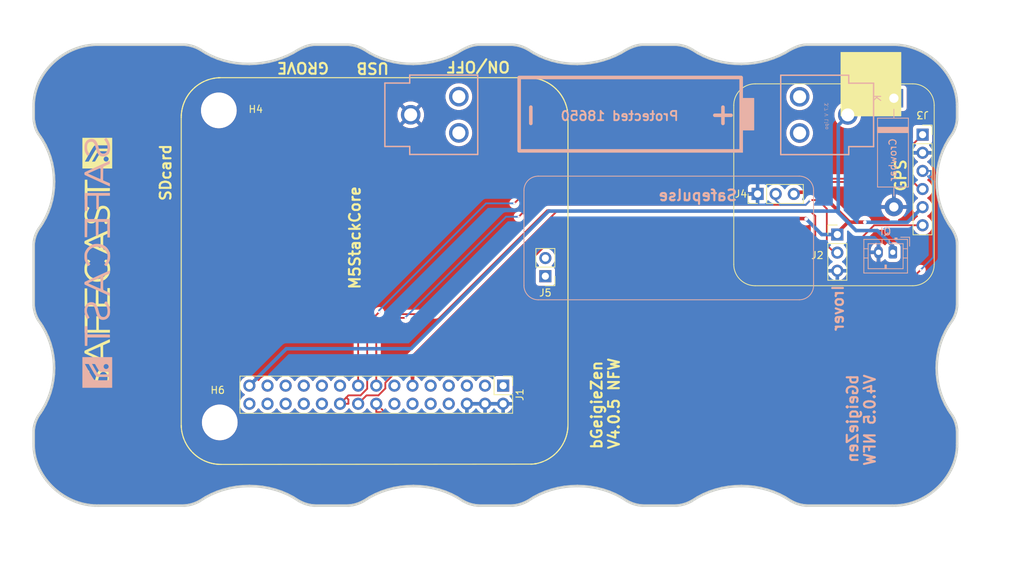
<source format=kicad_pcb>
(kicad_pcb (version 20240225) (generator "pcbnew") (generator_version "8.99")
  (title_block (title "bGeigieZen Draft V4.0.5 NFW") (date "2024-05-23") (rev "V4.0.5 rob") (comment 1 "Not For Whimps version."))
  (layers (0 "F.Cu" signal) (31 "B.Cu" signal) (34 "B.Paste" user) (35 "F.Paste" user) (36 "B.SilkS" user "B.Silkscreen") (37 "F.SilkS" user "F.Silkscreen") (38 "B.Mask" user) (39 "F.Mask" user) (44 "Edge.Cuts" user))
  (net 0 "")
  (net 1 "GND")
  (net 2 "/RX2")
  (net 3 "/TX2")
  (net 4 "3.3V")
  (net 5 "5V")
  (net 8 "/GIO34")
  (net 9 "/GIO13")
  (net 10 "/GIO5")
  (net 18 "/GIO2 on Core and GIO32 on Core-2")
  (net 24 "/SDA")
  (net 25 "/SCL")
  (net 27 "/BAT")
  (footprint "bGeigieZen:LOGO" (layer "F.Cu") (at 93.472 97.23 90)
    (property "Reference" "G front" (hide yes))
    (property "Value" "LOGO" (hide yes))
  )
  (footprint "Connector_PinHeader_2.54mm:PinHeader_2x15_P2.54mm_Vertical" (layer "F.Cu") (at 150.3711 114.4464 -90)
    (property "Reference" "J1")
    (property "Value" "M5 2x15 pin")
  )
  (footprint "Connector_PinSocket_2.54mm:PinSocket_1x06_P2.54mm_Vertical" (layer "F.Cu") (at 209.1551 79.2718)
    (property "Reference" "J3")
    (property "Value" "GPS")
  )
  (footprint "MountingHole:MountingHole_3.2mm_M3" (layer "F.Cu") (at 110.5265 75.8694)
    (property "Reference" "H4")
    (property "Value" "MountingHole_Pad")
  )
  (footprint "Connector_PinHeader_2.54mm:PinHeader_1x02_P2.54mm_Vertical" (layer "F.Cu") (at 156.2868 99.1054 180)
    (property "Reference" "J5")
    (property "Value" "Extra support header")
  )
  (footprint "Connector_PinHeader_2.54mm:PinHeader_1x03_P2.54mm_Vertical" (layer "F.Cu") (at 186.0296 87.578 90)
    (property "Reference" "J4")
    (property "Value" "Geiger Safepulse" (hide yes))
  )
  (footprint "Connector_PinHeader_2.54mm:PinHeader_1x03_P2.54mm_Vertical" (layer "F.Cu") (at 197.2056 93.2676)
    (property "Reference" "J2")
    (property "Value" "Geiger IRover")
  )
  (footprint "MountingHole:MountingHole_3.2mm_M3" (layer "F.Cu") (at 110.6561 119.5994)
    (property "Reference" "H6")
    (property "Value" "MountingHole_Pad")
  )
  (footprint "bGeigieRaku_M5_1015:18650 map" (layer "B.Cu") (at 160.8693 76.402 -90)
    (property "Reference" "G***" (hide yes))
    (property "Value" "LOGO" (hide yes))
  )
  (footprint "Diode_THT:D_DO-201_P15.24mm_Horizontal" (layer "B.Cu") (at 205.1304 74.1668 -90)
    (property "Reference" "Crowbar")
    (property "Value" "Crowbar")
  )
  (footprint "Library:BATTERY_18650-HOLDER" (layer "B.Cu") (at 168.0424 76.4936 180)
    (property "Reference" "BT1" (hide yes))
    (property "Value" " 3.7 V Lipo")
  )
  (footprint "bGeigieZen:LOGO" (layer "B.Cu") (at 93.472 97.23 -90)
    (property "Reference" "G back" (hide yes))
    (property "Value" "LOGO" (hide yes))
  )
  (footprint "Connector_JST:JST_PH_B2B-PH-K_1x02_P2.00mm_Vertical" (layer "B.Cu") (at 204.978 95.7568 180)
    (property "Reference" "QI")
    (property "Value" "QI GND")
  )
  (gr_line (start 153.289 100.4116) (end 153.289 87.0888) (stroke (width 0.12)) (layer "B.SilkS"))
  (gr_arc (start 155.289 102.4116) (mid 153.874786 101.825814) (end 153.289 100.4116) (stroke (width 0.12)) (layer "B.SilkS"))
  (gr_arc (start 193.8782 100.4116) (mid 193.292414 101.825814) (end 191.8782 102.4116) (stroke (width 0.12)) (layer "B.SilkS"))
  (gr_arc (start 153.289 87.0888) (mid 153.874786 85.674586) (end 155.289 85.0888) (stroke (width 0.12)) (layer "B.SilkS"))
  (gr_line (start 193.8782 87.0888) (end 193.8782 100.4116) (stroke (width 0.12)) (layer "B.SilkS"))
  (gr_line (start 155.289 85.0888) (end 191.8782 85.0888) (stroke (width 0.12)) (layer "B.SilkS"))
  (gr_arc (start 191.8782 85.0888) (mid 193.292414 85.674586) (end 193.8782 87.0888) (stroke (width 0.12)) (layer "B.SilkS"))
  (gr_line (start 191.8782 102.4116) (end 155.289 102.4116) (stroke (width 0.12)) (layer "B.SilkS"))
  (gr_line (start 154.745363 71.349193) (end 154.745363 71.349193) (stroke (width 0.150176)) (layer "F.SilkS"))
  (gr_line (start 155.512102 71.523036) (end 155.512102 71.523036) (stroke (width 0.150176)) (layer "F.SilkS"))
  (gr_line (start 106.164034 73.804653) (end 106.164034 73.804653) (stroke (width 0.150176)) (layer "F.SilkS"))
  (gr_line (start 105.648744 121.97311) (end 105.807039 122.336315) (stroke (width 0.150176)) (layer "F.SilkS"))
  (gr_line (start 110.230592 125.452968) (end 110.360964 125.465389) (stroke (width 0.150176)) (layer "F.SilkS"))
  (gr_line (start 156.483736 71.923473) (end 156.247804 71.805522) (stroke (width 0.150176)) (layer "F.SilkS"))
  (gr_line (start 159.438966 120.380641) (end 159.438966 120.380641) (stroke (width 0.150176)) (layer "F.SilkS"))
  (gr_line (start 157.61368 124.059169) (end 157.806139 123.879116) (stroke (width 0.150176)) (layer "F.SilkS"))
  (gr_line (start 156.598589 71.985576) (end 156.483736 71.923473) (stroke (width 0.150176)) (layer "F.SilkS"))
  (gr_line (start 159.113023 74.915966) (end 159.113023 74.915966) (stroke (width 0.150176)) (layer "F.SilkS"))
  (gr_line (start 154.484605 71.315044) (end 154.354219 71.302623) (stroke (width 0.150176)) (layer "F.SilkS"))
  (gr_line (start 107.560945 124.428569) (end 107.560945 124.428569) (stroke (width 0.150176)) (layer "F.SilkS"))
  (gr_line (start 105.959169 74.143016) (end 105.897066 74.257869) (stroke (width 0.150176)) (layer "F.SilkS"))
  (gr_line (start 154.354219 71.302623) (end 154.354219 71.302623) (stroke (width 0.150176)) (layer "F.SilkS"))
  (gr_line (start 105.428346 75.480937) (end 105.397279 75.608211) (stroke (width 0.150176)) (layer "F.SilkS"))
  (gr_line (start 158.3649 73.534587) (end 158.3649 73.534587) (stroke (width 0.150176)) (layer "F.SilkS"))
  (gr_line (start 185.69188 72.14988) (end 207.78428 72.14988) (stroke (width 0.12)) (layer "F.SilkS"))
  (gr_line (start 157.564012 72.665386) (end 157.464678 72.581584) (stroke (width 0.150176)) (layer "F.SilkS"))
  (gr_line (start 159.451387 76.582942) (end 159.445177 76.452556) (stroke (width 0.150176)) (layer "F.SilkS"))
  (gr_line (start 158.849168 74.316844) (end 158.849168 74.316844) (stroke (width 0.150176)) (layer "F.SilkS"))
  (gr_line (start 110.624819 125.480907) (end 110.624819 125.480907) (stroke (width 0.150176)) (layer "F.SilkS"))
  (gr_line (start 107.50818 72.376689) (end 107.50818 72.376689) (stroke (width 0.150176)) (layer "F.SilkS"))
  (gr_line (start 108.231447 124.844539) (end 108.467378 124.962505) (stroke (width 0.150176)) (layer "F.SilkS"))
  (gr_line (start 105.266908 76.517757) (end 105.260683 76.651226) (stroke (width 0.150176)) (layer "F.SilkS"))
  (gr_line (start 156.99283 124.540325) (end 156.99283 124.540325) (stroke (width 0.150176)) (layer "F.SilkS"))
  (gr_line (start 108.951631 125.161174) (end 108.951631 125.161174) (stroke (width 0.150176)) (layer "F.SilkS"))
  (gr_line (start 109.904634 71.358501) (end 109.904634 71.358501) (stroke (width 0.150176)) (layer "F.SilkS"))
  (gr_line (start 107.889986 124.648967) (end 108.001741 124.717266) (stroke (width 0.150176)) (layer "F.SilkS"))
  (gr_line (start 156.309892 124.934566) (end 156.424761 124.875576) (stroke (width 0.150176)) (layer "F.SilkS"))
  (gr_line (start 154.484605 71.315044) (end 154.484605 71.315044) (stroke (width 0.150176)) (layer "F.SilkS"))
  (gr_line (start 106.958711 123.922573) (end 106.958711 123.922573) (stroke (width 0.150176)) (layer "F.SilkS"))
  (gr_line (start 157.101473 124.465816) (end 157.207018 124.391323) (stroke (width 0.150176)) (layer "F.SilkS"))
  (gr_line (start 109.45453 125.313274) (end 109.45453 125.313274) (stroke (width 0.150176)) (layer "F.SilkS"))
  (gr_line (start 157.514345 124.146083) (end 157.61368 124.059169) (stroke (width 0.150176)) (layer "F.SilkS"))
  (gr_line (start 158.936083 122.274227) (end 158.936083 122.274227) (stroke (width 0.150176)) (layer "F.SilkS"))
  (gr_line (start 158.479753 123.072017) (end 158.479753 123.072017) (stroke (width 0.150176)) (layer "F.SilkS"))
  (gr_line (start 158.756029 122.625011) (end 158.818117 122.510143) (stroke (width 0.150176)) (layer "F.SilkS"))
  (gr_line (start 105.602174 121.852046) (end 105.602174 121.852046) (stroke (width 0.150176)) (layer "F.SilkS"))
  (gr_line (start 105.260683 76.651226) (end 105.260683 76.651226) (stroke (width 0.150176)) (layer "F.SilkS"))
  (gr_line (start 157.663347 72.755413) (end 157.663347 72.755413) (stroke (width 0.150176)) (layer "F.SilkS"))
  (gr_line (start 158.513902 73.748775) (end 158.513902 73.748775) (stroke (width 0.150176)) (layer "F.SilkS"))
  (gr_line (start 109.203066 125.244976) (end 109.327272 125.279125) (stroke (width 0.150176)) (layer "F.SilkS"))
  (gr_line (start 159.454485 120.116786) (end 159.454485 120.116786) (stroke (width 0.150176)) (layer "F.SilkS"))
  (gr_line (start 157.464678 72.581584) (end 157.36223 72.497768) (stroke (width 0.150176)) (layer "F.SilkS"))
  (gr_line (start 105.270021 120.315456) (end 105.294862 120.576213) (stroke (width 0.150176)) (layer "F.SilkS"))
  (gr_line (start 107.25052 124.186443) (end 107.352968 124.270259) (stroke (width 0.150176)) (layer "F.SilkS"))
  (gr_line (start 156.309892 124.934566) (end 156.309892 124.934566) (stroke (width 0.150176)) (layer "F.SilkS"))
  (gr_line (start 105.866029 122.451168) (end 105.866029 122.451168) (stroke (width 0.150176)) (layer "F.SilkS"))
  (gr_line (start 157.207018 124.391323) (end 157.207018 124.391323) (stroke (width 0.150176)) (layer "F.SilkS"))
  (gr_line (start 158.402147 123.18066) (end 158.479753 123.072017) (stroke (width 0.150176)) (layer "F.SilkS"))
  (gr_line (start 107.200868 72.621929) (end 107.101503 72.708843) (stroke (width 0.150176)) (layer "F.SilkS"))
  (gr_line (start 155.884615 71.653423) (end 155.763551 71.606853) (stroke (width 0.150176)) (layer "F.SilkS"))
  (gr_line (start 158.756029 122.625011) (end 158.756029 122.625011) (stroke (width 0.150176)) (layer "F.SilkS"))
  (gr_line (start 155.387941 71.488887) (end 155.387941 71.488887) (stroke (width 0.150176)) (layer "F.SilkS"))
  (gr_line (start 159.392412 120.77177) (end 159.392412 120.77177) (stroke (width 0.150176)) (layer "F.SilkS"))
  (gr_line (start 108.768495 71.675151) (end 108.768495 71.675151) (stroke (width 0.150176)) (layer "F.SilkS"))
  (gr_line (start 110.55652 71.290218) (end 110.426149 71.296428) (stroke (width 0.150176)) (layer "F.SilkS"))
  (gr_line (start 105.356935 120.967342) (end 105.381777 121.094615) (stroke (width 0.150176)) (layer "F.SilkS"))
  (gr_line (start 107.61371 72.302196) (end 107.61371 72.302196) (stroke (width 0.150176)) (layer "F.SilkS"))
  (gr_line (start 157.41501 124.2299) (end 157.41501 124.2299) (stroke (width 0.150176)) (layer "F.SilkS"))
  (gr_line (start 107.889986 124.648967) (end 107.889986 124.648967) (stroke (width 0.150176)) (layer "F.SilkS"))
  (gr_line (start 108.706423 125.068035) (end 108.706423 125.068035) (stroke (width 0.150176)) (layer "F.SilkS"))
  (gr_line (start 109.581789 125.344326) (end 109.581789 125.344326) (stroke (width 0.150176)) (layer "F.SilkS"))
  (gr_line (start 159.448274 120.25027) (end 159.454485 120.116786) (stroke (width 0.150176)) (layer "F.SilkS"))
  (gr_line (start 154.354219 71.302623) (end 154.223848 71.293315) (stroke (width 0.150176)) (layer "F.SilkS"))
  (gr_line (start 110.820375 125.484004) (end 154.285936 125.446757) (stroke (width 0.150176)) (layer "F.SilkS"))
  (gr_line (start 106.51172 123.441417) (end 106.51172 123.441417) (stroke (width 0.150176)) (layer "F.SilkS"))
  (gr_line (start 155.322756 125.297756) (end 155.322756 125.297756) (stroke (width 0.150176)) (layer "F.SilkS"))
  (gr_line (start 154.285936 125.446757) (end 154.419419 125.440547) (stroke (width 0.150176)) (layer "F.SilkS"))
  (gr_line (start 158.076204 123.590419) (end 158.076204 123.590419) (stroke (width 0.150176)) (layer "F.SilkS"))
  (gr_line (start 154.419419 125.440547) (end 154.419419 125.440547) (stroke (width 0.150176)) (layer "F.SilkS"))
  (gr_line (start 105.381777 121.094615) (end 105.381777 121.094615) (stroke (width 0.150176)) (layer "F.SilkS"))
  (gr_line (start 158.243837 123.388652) (end 158.324541 123.286205) (stroke (width 0.150176)) (layer "F.SilkS"))
  (gr_line (start 106.235414 73.695995) (end 106.235414 73.695995) (stroke (width 0.150176)) (layer "F.SilkS"))
  (gr_line (start 107.352968 124.270259) (end 107.455385 124.350963) (stroke (width 0.150176)) (layer "F.SilkS"))
  (gr_line (start 159.041628 122.035198) (end 159.041628 122.035198) (stroke (width 0.150176)) (layer "F.SilkS"))
  (gr_line (start 107.560945 124.428569) (end 107.669588 124.506175) (stroke (width 0.150176)) (layer "F.SilkS"))
  (gr_line (start 109.96982 125.418819) (end 109.96982 125.418819) (stroke (width 0.150176)) (layer "F.SilkS"))
  (gr_line (start 157.852709 72.935466) (end 157.756471 72.845439) (stroke (width 0.150176)) (layer "F.SilkS"))
  (gr_line (start 107.25052 124.186443) (end 107.25052 124.186443) (stroke (width 0.150176)) (layer "F.SilkS"))
  (gr_line (start 109.45453 125.313274) (end 109.581789 125.344326) (stroke (width 0.150176)) (layer "F.SilkS"))
  (gr_line (start 109.013735 71.585124) (end 109.013735 71.585124) (stroke (width 0.150176)) (layer "F.SilkS"))
  (gr_line (start 105.536989 75.102214) (end 105.536989 75.102214) (stroke (width 0.150176)) (layer "F.SilkS"))
  (gr_line (start 105.288637 76.256999) (end 105.288637 76.256999) (stroke (width 0.150176)) (layer "F.SilkS"))
  (gr_line (start 158.721895 74.084026) (end 158.656694 73.97227) (stroke (width 0.150176)) (layer "F.SilkS"))
  (gr_line (start 156.424761 124.875576) (end 156.542711 124.813487) (stroke (width 0.150176)) (layer "F.SilkS"))
  (gr_line (start 158.988847 122.156261) (end 159.041628 122.035198) (stroke (width 0.150176)) (layer "F.SilkS"))
  (gr_line (start 159.218569 121.538524) (end 159.218569 121.538524) (stroke (width 0.150176)) (layer "F.SilkS"))
  (gr_line (start 158.160021 123.491085) (end 158.243837 123.388652) (stroke (width 0.150176)) (layer "F.SilkS"))
  (gr_line (start 157.154253 72.339458) (end 157.154253 72.339458) (stroke (width 0.150176)) (layer "F.SilkS"))
  (gr_line (start 157.312563 124.310604) (end 157.312563 124.310604) (stroke (width 0.150176)) (layer "F.SilkS"))
  (gr_line (start 159.19684 75.164318) (end 159.15648 75.040142) (stroke (width 0.150176)) (layer "F.SilkS"))
  (gr_line (start 105.263796 120.18507) (end 105.270021 120.315456) (stroke (width 0.150176)) (layer "F.SilkS"))
  (gr_line (start 106.471346 73.379375) (end 106.471346 73.379375) (stroke (width 0.150176)) (layer "F.SilkS"))
  (gr_line (start 159.345842 121.02943) (end 159.370668 120.902156) (stroke (width 0.150176)) (layer "F.SilkS"))
  (gr_line (start 155.701463 125.182903) (end 155.825639 125.139446) (stroke (width 0.150176)) (layer "F.SilkS"))
  (gr_line (start 155.512102 71.523036) (end 155.387941 71.488887) (stroke (width 0.150176)) (layer "F.SilkS"))
  (gr_line (start 159.134752 121.789958) (end 159.134752 121.789958) (stroke (width 0.150176)) (layer "F.SilkS"))
  (gr_line (start 158.479753 123.072017) (end 158.551149 122.963375) (stroke (width 0.150176)) (layer "F.SilkS"))
  (gr_line (start 107.151186 124.102626) (end 107.25052 124.186443) (stroke (width 0.150176)) (layer "F.SilkS"))
  (gr_line (start 109.71216 125.372249) (end 109.71216 125.372249) (stroke (width 0.150176)) (layer "F.SilkS"))
  (gr_line (start 106.862489 123.832561) (end 106.862489 123.832561) (stroke (width 0.150176)) (layer "F.SilkS"))
  (gr_line (start 108.231447 124.844539) (end 108.231447 124.844539) (stroke (width 0.150176)) (layer "F.SilkS"))
  (gr_line (start 109.774263 71.383342) (end 109.774263 71.383342) (stroke (width 0.150176)) (layer "F.SilkS"))
  (gr_line (start 106.819032 72.985134) (end 106.729006 73.078258) (stroke (width 0.150176)) (layer "F.SilkS"))
  (gr_line (start 154.810548 125.409511) (end 154.810548 125.409511) (stroke (width 0.150176)) (layer "F.SilkS"))
  (gr_line (start 109.075807 125.204631) (end 109.075807 125.204631) (stroke (width 0.150176)) (layer "F.SilkS"))
  (gr_line (start 106.024355 74.028148) (end 106.024355 74.028148) (stroke (width 0.150176)) (layer "F.SilkS"))
  (gr_line (start 106.729006 73.078258) (end 106.638979 73.177593) (stroke (width 0.150176)) (layer "F.SilkS"))
  (gr_line (start 158.203478 73.326595) (end 158.119661 73.22726) (stroke (width 0.150176)) (layer "F.SilkS"))
  (gr_line (start 107.200868 72.621929) (end 107.200868 72.621929) (stroke (width 0.150176)) (layer "F.SilkS"))
  (gr_line (start 157.514345 124.146083) (end 157.514345 124.146083) (stroke (width 0.150176)) (layer "F.SilkS"))
  (gr_line (start 107.455385 124.350963) (end 107.455385 124.350963) (stroke (width 0.150176)) (layer "F.SilkS"))
  (gr_line (start 105.866029 122.451168) (end 105.928102 122.569133) (stroke (width 0.150176)) (layer "F.SilkS"))
  (gr_line (start 159.426546 120.511013) (end 159.426546 120.511013) (stroke (width 0.150176)) (layer "F.SilkS"))
  (gr_line (start 108.116579 124.782451) (end 108.116579 124.782451) (stroke (width 0.150176)) (layer "F.SilkS"))
  (gr_line (start 158.3649 73.534587) (end 158.284197 73.429027) (stroke (width 0.150176)) (layer "F.SilkS"))
  (gr_line (start 158.849168 74.316844) (end 158.78708 74.198894) (stroke (width 0.150176)) (layer "F.SilkS"))
  (gr_line (start 105.602174 121.852046) (end 105.648744 121.97311) (stroke (width 0.150176)) (layer "F.SilkS"))
  (gr_line (start 109.13788 71.544765) (end 109.013735 71.585124) (stroke (width 0.150176)) (layer "F.SilkS"))
  (gr_line (start 159.457597 76.716426) (end 159.451387 76.582942) (stroke (width 0.150176)) (layer "F.SilkS"))
  (gr_line (start 107.945863 72.084911) (end 107.945863 72.084911) (stroke (width 0.150176)) (layer "F.SilkS"))
  (gr_arc (start 210.78428 97.44548) (mid 209.9056 99.5668) (end 207.78428 100.44548) (stroke (width 0.12)) (layer "F.SilkS"))
  (gr_line (start 159.392412 120.77177) (end 159.411028 120.641399) (stroke (width 0.150176)) (layer "F.SilkS"))
  (gr_line (start 105.260683 76.651226) (end 105.2576 76.846813) (stroke (width 0.150176)) (layer "F.SilkS"))
  (gr_line (start 107.40262 72.457408) (end 107.300173 72.538127) (stroke (width 0.150176)) (layer "F.SilkS"))
  (gr_line (start 154.94092 125.38467) (end 154.94092 125.38467) (stroke (width 0.150176)) (layer "F.SilkS"))
  (gr_line (start 158.324541 123.286205) (end 158.324541 123.286205) (stroke (width 0.150176)) (layer "F.SilkS"))
  (gr_line (start 158.588411 73.860515) (end 158.513902 73.748775) (stroke (width 0.150176)) (layer "F.SilkS"))
  (gr_line (start 158.721895 74.084026) (end 158.721895 74.084026) (stroke (width 0.150176)) (layer "F.SilkS"))
  (gr_line (start 105.443849 121.349163) (end 105.518343 121.60371) (stroke (width 0.150176)) (layer "F.SilkS"))
  (gr_line (start 157.663347 72.755413) (end 157.564012 72.665386) (stroke (width 0.150176)) (layer "F.SilkS"))
  (gr_line (start 156.881075 124.614818) (end 156.881075 124.614818) (stroke (width 0.150176)) (layer "F.SilkS"))
  (gr_line (start 105.381777 121.094615) (end 105.443849 121.349163) (stroke (width 0.150176)) (layer "F.SilkS"))
  (gr_line (start 106.275789 123.127895) (end 106.350282 123.23344) (stroke (width 0.150176)) (layer "F.SilkS"))
  (gr_line (start 105.443849 121.349163) (end 105.443849 121.349163) (stroke (width 0.150176)) (layer "F.SilkS"))
  (gr_line (start 159.420335 76.191814) (end 159.383089 75.931056) (stroke (width 0.150176)) (layer "F.SilkS"))
  (gr_line (start 105.2576 120.051586) (end 105.263796 120.18507) (stroke (width 0.150176)) (layer "F.SilkS"))
  (gr_line (start 159.345842 121.02943) (end 159.345842 121.02943) (stroke (width 0.150176)) (layer "F.SilkS"))
  (gr_line (start 159.383089 75.931056) (end 159.383089 75.931056) (stroke (width 0.150176)) (layer "F.SilkS"))
  (gr_line (start 156.936952 72.190441) (end 156.825197 72.119045) (stroke (width 0.150176)) (layer "F.SilkS"))
  (gr_line (start 159.358263 75.80067) (end 159.358263 75.80067) (stroke (width 0.150176)) (layer "F.SilkS"))
  (gr_line (start 106.201296 123.019237) (end 106.275789 123.127895) (stroke (width 0.150176)) (layer "F.SilkS"))
  (gr_line (start 108.889558 71.628581) (end 108.889558 71.628581) (stroke (width 0.150176)) (layer "F.SilkS"))
  (gr_line (start 158.324541 123.286205) (end 158.402147 123.18066) (stroke (width 0.150176)) (layer "F.SilkS"))
  (gr_line (start 158.513902 73.748775) (end 158.439409 73.640117) (stroke (width 0.150176)) (layer "F.SilkS"))
  (gr_line (start 105.2576 76.846813) (end 105.2576 76.846813) (stroke (width 0.150176)) (layer "F.SilkS"))
  (gr_line (start 157.045595 72.261852) (end 157.045595 72.261852) (stroke (width 0.150176)) (layer "F.SilkS"))
  (gr_line (start 108.830568 125.114604) (end 108.951631 125.161174) (stroke (width 0.150176)) (layer "F.SilkS"))
  (gr_line (start 158.284197 73.429027) (end 158.203478 73.326595) (stroke (width 0.150176)) (layer "F.SilkS"))
  (gr_line (start 156.825197 72.119045) (end 156.713442 72.050762) (stroke (width 0.150176)) (layer "F.SilkS"))
  (gr_line (start 106.092653 73.916393) (end 106.092653 73.916393) (stroke (width 0.150176)) (layer "F.SilkS"))
  (gr_line (start 105.263796 120.18507) (end 105.263796 120.18507) (stroke (width 0.150176)) (layer "F.SilkS"))
  (gr_line (start 105.558717 121.727886) (end 105.602174 121.852046) (stroke (width 0.150176)) (layer "F.SilkS"))
  (gr_line (start 105.518343 121.60371) (end 105.558717 121.727886) (stroke (width 0.150176)) (layer "F.SilkS"))
  (gr_line (start 109.581789 125.344326) (end 109.71216 125.372249) (stroke (width 0.150176)) (layer "F.SilkS"))
  (gr_line (start 155.322756 125.297756) (end 155.577303 125.223247) (stroke (width 0.150176)) (layer "F.SilkS"))
  (gr_line (start 109.71216 125.372249) (end 109.839449 125.39709) (stroke (width 0.150176)) (layer "F.SilkS"))
  (gr_line (start 158.818117 122.510143) (end 158.936083 122.274227) (stroke (width 0.150176)) (layer "F.SilkS"))
  (gr_line (start 155.825639 125.139446) (end 155.946703 125.092876) (stroke (width 0.150176)) (layer "F.SilkS"))
  (gr_line (start 107.05182 124.012599) (end 107.05182 124.012599) (stroke (width 0.150176)) (layer "F.SilkS"))
  (gr_line (start 107.300173 72.538127) (end 107.300173 72.538127) (stroke (width 0.150176)) (layer "F.SilkS"))
  (gr_line (start 159.448274 120.25027) (end 159.448274 120.25027) (stroke (width 0.150176)) (layer "F.SilkS"))
  (gr_line (start 106.958711 123.922573) (end 107.05182 124.012599) (stroke (width 0.150176)) (layer "F.SilkS"))
  (gr_line (start 159.451387 76.582942) (end 159.451387 76.582942) (stroke (width 0.150176)) (layer "F.SilkS"))
  (gr_line (start 159.445177 76.452556) (end 159.420335 76.191814) (stroke (width 0.150176)) (layer "F.SilkS"))
  (gr_line (start 109.96982 125.418819) (end 110.100221 125.43745) (stroke (width 0.150176)) (layer "F.SilkS"))
  (gr_line (start 159.252718 121.414348) (end 159.252718 121.414348) (stroke (width 0.150176)) (layer "F.SilkS"))
  (gr_line (start 106.126772 122.907497) (end 106.201296 123.019237) (stroke (width 0.150176)) (layer "F.SilkS"))
  (gr_line (start 155.884615 71.653423) (end 155.884615 71.653423) (stroke (width 0.150176)) (layer "F.SilkS"))
  (gr_line (start 107.455385 124.350963) (end 107.560945 124.428569) (stroke (width 0.150176)) (layer "F.SilkS"))
  (gr_line (start 154.549791 125.434352) (end 154.810548 125.409511) (stroke (width 0.150176)) (layer "F.SilkS"))
  (gr_line (start 182.69188 97.44548) (end 182.69188 75.14988) (stroke (width 0.12)) (layer "F.SilkS"))
  (gr_line (start 106.729006 73.078258) (end 106.729006 73.078258) (stroke (width 0.150176)) (layer "F.SilkS"))
  (gr_line (start 157.154253 72.339458) (end 157.045595 72.261852) (stroke (width 0.150176)) (layer "F.SilkS"))
  (gr_line (start 156.657564 124.748302) (end 156.657564 124.748302) (stroke (width 0.150176)) (layer "F.SilkS"))
  (gr_line (start 105.276216 76.387371) (end 105.276216 76.387371) (stroke (width 0.150176)) (layer "F.SilkS"))
  (gr_line (start 159.457597 119.921215) (end 159.457597 76.716426) (stroke (width 0.150176)) (layer "F.SilkS"))
  (gr_line (start 106.909059 72.888896) (end 106.819032 72.985134) (stroke (width 0.150176)) (layer "F.SilkS"))
  (gr_line (start 155.068208 125.359844) (end 155.322756 125.297756) (stroke (width 0.150176)) (layer "F.SilkS"))
  (gr_line (start 155.639375 71.563396) (end 155.512102 71.523036) (stroke (width 0.150176)) (layer "F.SilkS"))
  (gr_line (start 109.839449 125.39709) (end 109.839449 125.39709) (stroke (width 0.150176)) (layer "F.SilkS"))
  (gr_line (start 155.577303 125.223247) (end 155.577303 125.223247) (stroke (width 0.150176)) (layer "F.SilkS"))
  (gr_line (start 105.332094 120.836971) (end 105.356935 120.967342) (stroke (width 0.150176)) (layer "F.SilkS"))
  (gr_line (start 105.462465 75.353664) (end 105.462465 75.353664) (stroke (width 0.150176)) (layer "F.SilkS"))
  (gr_line (start 109.327272 125.279125) (end 109.327272 125.279125) (stroke (width 0.150176)) (layer "F.SilkS"))
  (gr_line (start 106.058473 122.795742) (end 106.126772 122.907497) (stroke (width 0.150176)) (layer "F.SilkS"))
  (gr_line (start 155.133394 71.423702) (end 155.133394 71.423702) (stroke (width 0.150176)) (layer "F.SilkS"))
  (gr_line (start 107.151186 124.102626) (end 107.151186 124.102626) (stroke (width 0.150176)) (layer "F.SilkS"))
  (gr_line (start 155.946703 125.092876) (end 156.309892 124.934566) (stroke (width 0.150176)) (layer "F.SilkS"))
  (gr_line (start 158.439409 73.640117) (end 158.3649 73.534587) (stroke (width 0.150176)) (layer "F.SilkS"))
  (gr_line (start 110.165407 71.321269) (end 110.165407 71.321269) (stroke (width 0.150176)) (layer "F.SilkS"))
  (gr_arc (start 207.78428 72.14988) (mid 209.9056 73.02856) (end 210.78428 75.14988) (stroke (width 0.12)) (layer "F.SilkS"))
  (gr_line (start 105.72632 74.611751) (end 105.673555 74.732814) (stroke (width 0.150176)) (layer "F.SilkS"))
  (gr_line (start 106.058473 122.795742) (end 106.058473 122.795742) (stroke (width 0.150176)) (layer "F.SilkS"))
  (gr_line (start 109.392458 71.470256) (end 109.392458 71.470256) (stroke (width 0.150176)) (layer "F.SilkS"))
  (gr_line (start 155.946703 125.092876) (end 155.946703 125.092876) (stroke (width 0.150176)) (layer "F.SilkS"))
  (gr_line (start 110.624819 125.480907) (end 110.820375 125.484004) (stroke (width 0.150176)) (layer "F.SilkS"))
  (gr_line (start 110.426149 71.296428) (end 110.426149 71.296428) (stroke (width 0.150176)) (layer "F.SilkS"))
  (gr_line (start 106.275789 123.127895) (end 106.275789 123.127895) (stroke (width 0.150176)) (layer "F.SilkS"))
  (gr_line (start 105.2576 76.846813) (end 105.2576 120.051586) (stroke (width 0.150176)) (layer "F.SilkS"))
  (gr_rect (start 197.724724 67.751456) (end 206.106724 76.641456) (stroke (width 0.12)) (fill solid) (layer "F.SilkS"))
  (gr_line (start 105.928102 122.569133) (end 105.928102 122.569133) (stroke (width 0.150176)) (layer "F.SilkS"))
  (gr_line (start 155.825639 125.139446) (end 155.825639 125.139446) (stroke (width 0.150176)) (layer "F.SilkS"))
  (gr_line (start 157.564012 72.665386) (end 157.564012 72.665386) (stroke (width 0.150176)) (layer "F.SilkS"))
  (gr_line (start 105.294862 120.576213) (end 105.332094 120.836971) (stroke (width 0.150176)) (layer "F.SilkS"))
  (gr_line (start 158.62256 122.851619) (end 158.62256 122.851619) (stroke (width 0.150176)) (layer "F.SilkS"))
  (gr_line (start 156.129854 71.752758) (end 156.129854 71.752758) (stroke (width 0.150176)) (layer "F.SilkS"))
  (gr_line (start 158.78708 74.198894) (end 158.78708 74.198894) (stroke (width 0.150176)) (layer "F.SilkS"))
  (gr_line (start 105.558717 121.727886) (end 105.558717 121.727886) (stroke (width 0.150176)) (layer "F.SilkS"))
  (gr_line (start 105.673555 74.732814) (end 105.627016 74.85699) (stroke (width 0.150176)) (layer "F.SilkS"))
  (gr_line (start 106.682436 123.640087) (end 106.862489 123.832561) (stroke (width 0.150176)) (layer "F.SilkS"))
  (gr_line (start 158.908144 74.431713) (end 158.849168 74.316844) (stroke (width 0.150176)) (layer "F.SilkS"))
  (gr_line (start 105.332094 120.836971) (end 105.332094 120.836971) (stroke (width 0.150176)) (layer "F.SilkS"))
  (gr_line (start 156.247804 71.805522) (end 156.247804 71.805522) (stroke (width 0.150176)) (layer "F.SilkS"))
  (gr_line (start 158.62256 122.851619) (end 158.690843 122.739864) (stroke (width 0.150176)) (layer "F.SilkS"))
  (gr_line (start 157.207018 124.391323) (end 157.312563 124.310604) (stroke (width 0.150176)) (layer "F.SilkS"))
  (gr_line (start 157.36223 72.497768) (end 157.259798 72.417064) (stroke (width 0.150176)) (layer "F.SilkS"))
  (gr_line (start 105.959169 74.143016) (end 105.959169 74.143016) (stroke (width 0.150176)) (layer "F.SilkS"))
  (gr_line (start 159.333421 75.673412) (end 159.333421 75.673412) (stroke (width 0.150176)) (layer "F.SilkS"))
  (gr_line (start 159.457597 76.716426) (end 159.457597 76.716426) (stroke (width 0.150176)) (layer "F.SilkS"))
  (gr_line (start 159.370668 120.902156) (end 159.370668 120.902156) (stroke (width 0.150176)) (layer "F.SilkS"))
  (gr_line (start 159.178209 121.665798) (end 159.218569 121.538524) (stroke (width 0.150176)) (layer "F.SilkS"))
  (gr_line (start 108.706423 125.068035) (end 108.830568 125.114604) (stroke (width 0.150176)) (layer "F.SilkS"))
  (gr_line (start 105.518343 121.60371) (end 105.518343 121.60371) (stroke (width 0.150176)) (layer "F.SilkS"))
  (gr_line (start 106.555177 73.276927) (end 106.471346 73.379375) (stroke (width 0.150176)) (layer "F.SilkS"))
  (gr_line (start 105.344515 75.865856) (end 105.322786 75.996242) (stroke (width 0.150176)) (layer "F.SilkS"))
  (gr_line (start 107.40262 72.457408) (end 107.40262 72.457408) (stroke (width 0.150176)) (layer "F.SilkS"))
  (gr_line (start 156.483736 71.923473) (end 156.483736 71.923473) (stroke (width 0.150176)) (layer "F.SilkS"))
  (gr_line (start 106.638979 73.177593) (end 106.555177 73.276927) (stroke (width 0.150176)) (layer "F.SilkS"))
  (gr_line (start 105.397279 75.608211) (end 105.369325 75.738597) (stroke (width 0.150176)) (layer "F.SilkS"))
  (gr_line (start 156.598589 71.985576) (end 156.598589 71.985576) (stroke (width 0.150176)) (layer "F.SilkS"))
  (gr_line (start 159.252718 121.414348) (end 159.286867 121.287075) (stroke (width 0.150176)) (layer "F.SilkS"))
  (gr_line (start 159.370668 120.902156) (end 159.392412 120.77177) (stroke (width 0.150176)) (layer "F.SilkS"))
  (gr_line (start 159.420335 76.191814) (end 159.420335 76.191814) (stroke (width 0.150176)) (layer "F.SilkS"))
  (gr_line (start 159.066454 74.794902) (end 159.066454 74.794902) (stroke (width 0.150176)) (layer "F.SilkS"))
  (gr_line (start 159.383089 75.931056) (end 159.358263 75.80067) (stroke (width 0.150176)) (layer "F.SilkS"))
  (gr_line (start 154.549791 125.434352) (end 154.549791 125.434352) (stroke (width 0.150176)) (layer "F.SilkS"))
  (gr_line (start 105.30414 76.126628) (end 105.288637 76.256999) (stroke (width 0.150176)) (layer "F.SilkS"))
  (gr_line (start 105.897066 74.257869) (end 105.897066 74.257869) (stroke (width 0.150176)) (layer "F.SilkS"))
  (gr_line (start 108.889558 71.628581) (end 108.768495 71.675151) (stroke (width 0.150176)) (layer "F.SilkS"))
  (gr_line (start 155.260667 71.454738) (end 155.260667 71.454738) (stroke (width 0.150176)) (layer "F.SilkS"))
  (gr_line (start 105.344515 75.865856) (end 105.344515 75.865856) (stroke (width 0.150176)) (layer "F.SilkS"))
  (gr_line (start 105.928102 122.569133) (end 105.993288 122.683986) (stroke (width 0.150176)) (layer "F.SilkS"))
  (gr_line (start 154.875734 71.370922) (end 154.875734 71.370922) (stroke (width 0.150176)) (layer "F.SilkS"))
  (gr_line (start 105.276216 76.387371) (end 105.266908 76.517757) (stroke (width 0.150176)) (layer "F.SilkS"))
  (gr_line (start 154.223848 71.293315) (end 154.223848 71.293315) (stroke (width 0.150176)) (layer "F.SilkS"))
  (gr_line (start 156.769319 124.683116) (end 156.769319 124.683116) (stroke (width 0.150176)) (layer "F.SilkS"))
  (gr_line (start 156.657564 124.748302) (end 156.769319 124.683116) (stroke (width 0.150176)) (layer "F.SilkS"))
  (gr_line (start 105.428346 75.480937) (end 105.428346 75.480937) (stroke (width 0.150176)) (layer "F.SilkS"))
  (gr_line (start 105.897066 74.257869) (end 105.779115 74.493785) (stroke (width 0.150176)) (layer "F.SilkS"))
  (gr_line (start 108.001741 124.717266) (end 108.001741 124.717266) (stroke (width 0.150176)) (layer "F.SilkS"))
  (gr_line (start 157.756471 72.845439) (end 157.663347 72.755413) (stroke (width 0.150176)) (layer "F.SilkS"))
  (gr_line (start 106.201296 123.019237) (end 106.201296 123.019237) (stroke (width 0.150176)) (layer "F.SilkS"))
  (gr_line (start 105.369325 75.738597) (end 105.344515 75.865856) (stroke (width 0.150176)) (layer "F.SilkS"))
  (gr_line (start 110.690004 71.284008) (end 110.690004 71.284008) (stroke (width 0.150176)) (layer "F.SilkS"))
  (gr_line (start 158.119661 73.22726) (end 158.032747 73.127925) (stroke (width 0.150176)) (layer "F.SilkS"))
  (gr_line (start 105.30414 76.126628) (end 105.30414 76.126628) (stroke (width 0.150176)) (layer "F.SilkS"))
  (gr_line (start 155.133394 71.423702) (end 155.003008 71.395763) (stroke (width 0.150176)) (layer "F.SilkS"))
  (gr_line (start 105.673555 74.732814) (end 105.673555 74.732814) (stroke (width 0.150176)) (layer "F.SilkS"))
  (gr_line (start 157.61368 124.059169) (end 157.61368 124.059169) (stroke (width 0.150176)) (layer "F.SilkS"))
  (gr_line (start 106.682436 123.640087) (end 106.682436 123.640087) (stroke (width 0.150176)) (layer "F.SilkS"))
  (gr_line (start 107.722353 72.227703) (end 107.61371 72.302196) (stroke (width 0.150176)) (layer "F.SilkS"))
  (gr_line (start 156.825197 72.119045) (end 156.825197 72.119045) (stroke (width 0.150176)) (layer "F.SilkS"))
  (gr_line (start 157.986192 123.689754) (end 158.076204 123.590419) (stroke (width 0.150176)) (layer "F.SilkS"))
  (gr_line (start 105.462465 75.353664) (end 105.428346 75.480937) (stroke (width 0.150176)) (layer "F.SilkS"))
  (gr_line (start 106.350282 123.23344) (end 106.350282 123.23344) (stroke (width 0.150176)) (layer "F.SilkS"))
  (gr_line (start 155.068208 125.359844) (end 155.068208 125.359844) (stroke (width 0.150176)) (layer "F.SilkS"))
  (gr_line (start 158.032747 73.127925) (end 157.852709 72.935466) (stroke (width 0.150176)) (layer "F.SilkS"))
  (gr_line (start 159.088182 121.911037) (end 159.134752 121.789958) (stroke (width 0.150176)) (layer "F.SilkS"))
  (gr_line (start 155.003008 71.395763) (end 155.003008 71.395763) (stroke (width 0.150176)) (layer "F.SilkS"))
  (gr_line (start 157.852709 72.935466) (end 157.852709 72.935466) (stroke (width 0.150176)) (layer "F.SilkS"))
  (gr_line (start 105.536989 75.102214) (end 105.496614 75.229503) (stroke (width 0.150176)) (layer "F.SilkS"))
  (gr_line (start 158.588411 73.860515) (end 158.588411 73.860515) (stroke (width 0.150176)) (layer "F.SilkS"))
  (gr_line (start 105.288637 76.256999) (end 105.276216 76.387371) (stroke (width 0.150176)) (layer "F.SilkS"))
  (gr_line (start 107.669588 124.506175) (end 107.669588 124.506175) (stroke (width 0.150176)) (layer "F.SilkS"))
  (gr_arc (start 185.69188 100.44548) (mid 183.57056 99.5668) (end 182.69188 97.44548) (stroke (width 0.12)) (layer "F.SilkS"))
  (gr_line (start 156.713442 72.050762) (end 156.713442 72.050762) (stroke (width 0.150176)) (layer "F.SilkS"))
  (gr_line (start 158.243837 123.388652) (end 158.243837 123.388652) (stroke (width 0.150176)) (layer "F.SilkS"))
  (gr_line (start 109.839449 125.39709) (end 109.96982 125.418819) (stroke (width 0.150176)) (layer "F.SilkS"))
  (gr_line (start 108.467378 124.962505) (end 108.467378 124.962505) (stroke (width 0.150176)) (layer "F.SilkS"))
  (gr_line (start 159.271333 75.418865) (end 159.19684 75.164318) (stroke (width 0.150176)) (layer "F.SilkS"))
  (gr_line (start 108.830568 125.114604) (end 108.830568 125.114604) (stroke (width 0.150176)) (layer "F.SilkS"))
  (gr_line (start 107.101503 72.708843) (end 107.101503 72.708843) (stroke (width 0.150176)) (layer "F.SilkS"))
  (gr_line (start 106.390627 73.481807) (end 106.390627 73.481807) (stroke (width 0.150176)) (layer "F.SilkS"))
  (gr_line (start 157.986192 123.689754) (end 157.986192 123.689754) (stroke (width 0.150176)) (layer "F.SilkS"))
  (gr_line (start 105.294862 120.576213) (end 105.294862 120.576213) (stroke (width 0.150176)) (layer "F.SilkS"))
  (gr_line (start 158.439409 73.640117) (end 158.439409 73.640117) (stroke (width 0.150176)) (layer "F.SilkS"))
  (gr_line (start 110.100221 125.43745) (end 110.230592 125.452968) (stroke (width 0.150176)) (layer "F.SilkS"))
  (gr_line (start 106.092653 73.916393) (end 106.024355 74.028148) (stroke (width 0.150176)) (layer "F.SilkS"))
  (gr_line (start 107.722353 72.227703) (end 107.722353 72.227703) (stroke (width 0.150176)) (layer "F.SilkS"))
  (gr_line (start 155.577303 125.223247) (end 155.701463 125.182903) (stroke (width 0.150176)) (layer "F.SilkS"))
  (gr_line (start 108.405275 71.833461) (end 108.405275 71.833461) (stroke (width 0.150176)) (layer "F.SilkS"))
  (gr_line (start 107.50818 72.376689) (end 107.40262 72.457408) (stroke (width 0.150176)) (layer "F.SilkS"))
  (gr_line (start 158.936083 122.274227) (end 158.988847 122.156261) (stroke (width 0.150176)) (layer "F.SilkS"))
  (gr_line (start 156.129854 71.752758) (end 156.008791 71.699977) (stroke (width 0.150176)) (layer "F.SilkS"))
  (gr_line (start 159.317903 121.159801) (end 159.345842 121.02943) (stroke (width 0.150176)) (layer "F.SilkS"))
  (gr_line (start 158.076204 123.590419) (end 158.160021 123.491085) (stroke (width 0.150176)) (layer "F.SilkS"))
  (gr_line (start 105.356935 120.967342) (end 105.356935 120.967342) (stroke (width 0.150176)) (layer "F.SilkS"))
  (gr_line (start 156.008791 71.699977) (end 155.884615 71.653423) (stroke (width 0.150176)) (layer "F.SilkS"))
  (gr_line (start 105.627016 74.85699) (end 105.627016 74.85699) (stroke (width 0.150176)) (layer "F.SilkS"))
  (gr_line (start 106.126772 122.907497) (end 106.126772 122.907497) (stroke (width 0.150176)) (layer "F.SilkS"))
  (gr_line (start 105.270021 120.315456) (end 105.270021 120.315456) (stroke (width 0.150176)) (layer "F.SilkS"))
  (gr_line (start 158.119661 73.22726) (end 158.119661 73.22726) (stroke (width 0.150176)) (layer "F.SilkS"))
  (gr_line (start 159.088182 121.911037) (end 159.088182 121.911037) (stroke (width 0.150176)) (layer "F.SilkS"))
  (gr_line (start 105.807039 122.336315) (end 105.807039 122.336315) (stroke (width 0.150176)) (layer "F.SilkS"))
  (gr_line (start 106.595522 123.540752) (end 106.595522 123.540752) (stroke (width 0.150176)) (layer "F.SilkS"))
  (gr_line (start 106.819032 72.985134) (end 106.819032 72.985134) (stroke (width 0.150176)) (layer "F.SilkS"))
  (gr_line (start 108.585329 125.01527) (end 108.706423 125.068035) (stroke (width 0.150176)) (layer "F.SilkS"))
  (gr_line (start 106.024355 74.028148) (end 105.959169 74.143016) (stroke (width 0.150176)) (layer "F.SilkS"))
  (gr_line (start 106.862489 123.832561) (end 106.958711 123.922573) (stroke (width 0.150176)) (layer "F.SilkS"))
  (gr_line (start 157.36223 72.497768) (end 157.36223 72.497768) (stroke (width 0.150176)) (layer "F.SilkS"))
  (gr_line (start 106.350282 123.23344) (end 106.431001 123.338985) (stroke (width 0.150176)) (layer "F.SilkS"))
  (gr_line (start 159.134752 121.789958) (end 159.178209 121.665798) (stroke (width 0.150176)) (layer "F.SilkS"))
  (gr_line (start 110.230592 125.452968) (end 110.230592 125.452968) (stroke (width 0.150176)) (layer "F.SilkS"))
  (gr_line (start 157.259798 72.417064) (end 157.154253 72.339458) (stroke (width 0.150176)) (layer "F.SilkS"))
  (gr_line (start 159.358263 75.80067) (end 159.333421 75.673412) (stroke (width 0.150176)) (layer "F.SilkS"))
  (gr_line (start 155.763551 71.606853) (end 155.639375 71.563396) (stroke (width 0.150176)) (layer "F.SilkS"))
  (gr_line (start 154.419419 125.440547) (end 154.549791 125.434352) (stroke (width 0.150176)) (layer "F.SilkS"))
  (gr_line (start 105.580446 74.978054) (end 105.536989 75.102214) (stroke (width 0.150176)) (layer "F.SilkS"))
  (gr_line (start 155.003008 71.395763) (end 154.875734 71.370922) (stroke (width 0.150176)) (layer "F.SilkS"))
  (gr_line (start 159.333421 75.673412) (end 159.271333 75.418865) (stroke (width 0.150176)) (layer "F.SilkS"))
  (gr_line (start 155.701463 125.182903) (end 155.701463 125.182903) (stroke (width 0.150176)) (layer "F.SilkS"))
  (gr_line (start 155.639375 71.563396) (end 155.639375 71.563396) (stroke (width 0.150176)) (layer "F.SilkS"))
  (gr_line (start 157.41501 124.2299) (end 157.514345 124.146083) (stroke (width 0.150176)) (layer "F.SilkS"))
  (gr_line (start 154.090364 71.28712) (end 153.894792 71.284008) (stroke (width 0.150176)) (layer "F.SilkS"))
  (gr_line (start 105.2576 120.051586) (end 105.2576 120.051586) (stroke (width 0.150176)) (layer "F.SilkS"))
  (gr_line (start 158.032747 73.127925) (end 158.032747 73.127925) (stroke (width 0.150176)) (layer "F.SilkS"))
  (gr_line (start 159.113023 74.915966) (end 159.066454 74.794902) (stroke (width 0.150176)) (layer "F.SilkS"))
  (gr_line (start 159.271333 75.418865) (end 159.271333 75.418865) (stroke (width 0.150176)) (layer "F.SilkS"))
  (gr_line (start 107.05182 124.012599) (end 107.151186 124.102626) (stroke (width 0.150176)) (layer "F.SilkS"))
  (gr_line (start 154.94092 125.38467) (end 155.068208 125.359844) (stroke (width 0.150176)) (layer "F.SilkS"))
  (gr_line (start 159.426546 120.511013) (end 159.438966 120.380641) (stroke (width 0.150176)) (layer "F.SilkS"))
  (gr_line (start 154.614977 71.330577) (end 154.484605 71.315044) (stroke (width 0.150176)) (layer "F.SilkS"))
  (gr_line (start 108.405275 71.833461) (end 108.290437 71.892436) (stroke (width 0.150176)) (layer "F.SilkS"))
  (gr_line (start 157.896166 123.782894) (end 157.986192 123.689754) (stroke (width 0.150176)) (layer "F.SilkS"))
  (gr_line (start 156.424761 124.875576) (end 156.424761 124.875576) (stroke (width 0.150176)) (layer "F.SilkS"))
  (gr_line (start 110.426149 71.296428) (end 110.165407 71.321269) (stroke (width 0.150176)) (layer "F.SilkS"))
  (gr_line (start 107.77823 124.577571) (end 107.77823 124.577571) (stroke (width 0.150176)) (layer "F.SilkS"))
  (gr_line (start 110.690004 71.284008) (end 110.55652 71.290218) (stroke (width 0.150176)) (layer "F.SilkS"))
  (gr_line (start 158.908144 74.431713) (end 158.908144 74.431713) (stroke (width 0.150176)) (layer "F.SilkS"))
  (gr_line (start 106.313051 73.587352) (end 106.235414 73.695995) (stroke (width 0.150176)) (layer "F.SilkS"))
  (gr_line (start 159.411028 120.641399) (end 159.426546 120.511013) (stroke (width 0.150176)) (layer "F.SilkS"))
  (gr_line (start 159.218569 121.538524) (end 159.252718 121.414348) (stroke (width 0.150176)) (layer "F.SilkS"))
  (gr_line (start 156.769319 124.683116) (end 156.881075 124.614818) (stroke (width 0.150176)) (layer "F.SilkS"))
  (gr_line (start 110.360964 125.465389) (end 110.360964 125.465389) (stroke (width 0.150176)) (layer "F.SilkS"))
  (gr_line (start 110.491335 125.474697) (end 110.624819 125.480907) (stroke (width 0.150176)) (layer "F.SilkS"))
  (gr_line (start 108.001741 124.717266) (end 108.116579 124.782451) (stroke (width 0.150176)) (layer "F.SilkS"))
  (gr_line (start 159.445177 76.452556) (end 159.445177 76.452556) (stroke (width 0.150176)) (layer "F.SilkS"))
  (gr_line (start 154.745363 71.349193) (end 154.614977 71.330577) (stroke (width 0.150176)) (layer "F.SilkS"))
  (gr_line (start 106.431001 123.338985) (end 106.51172 123.441417) (stroke (width 0.150176)) (layer "F.SilkS"))
  (gr_line (start 155.260667 71.454738) (end 155.133394 71.423702) (stroke (width 0.150176)) (layer "F.SilkS"))
  (gr_line (start 106.235414 73.695995) (end 106.164034 73.804653) (stroke (width 0.150176)) (layer "F.SilkS"))
  (gr_line (start 109.774263 71.383342) (end 109.646974 71.408184) (stroke (width 0.150176)) (layer "F.SilkS"))
  (gr_line (start 107.101503 72.708843) (end 106.909059 72.888896) (stroke (width 0.150176)) (layer "F.SilkS"))
  (gr_line (start 158.988847 122.156261) (end 158.988847 122.156261) (stroke (width 0.150176)) (layer "F.SilkS"))
  (gr_line (start 159.041628 122.035198) (end 159.088182 121.911037) (stroke (width 0.150176)) (layer "F.SilkS"))
  (gr_line (start 158.656694 73.97227) (end 158.588411 73.860515) (stroke (width 0.150176)) (layer "F.SilkS"))
  (gr_line (start 158.656694 73.97227) (end 158.656694 73.97227) (stroke (width 0.150176)) (layer "F.SilkS"))
  (gr_line (start 105.993288 122.683986) (end 106.058473 122.795742) (stroke (width 0.150176)) (layer "F.SilkS"))
  (gr_line (start 159.286867 121.287075) (end 159.286867 121.287075) (stroke (width 0.150176)) (layer "F.SilkS"))
  (gr_line (start 105.779115 74.493785) (end 105.779115 74.493785) (stroke (width 0.150176)) (layer "F.SilkS"))
  (gr_line (start 154.090364 71.28712) (end 154.090364 71.28712) (stroke (width 0.150176)) (layer "F.SilkS"))
  (gr_line (start 108.467378 124.962505) (end 108.585329 125.01527) (stroke (width 0.150176)) (layer "F.SilkS"))
  (gr_line (start 158.690843 122.739864) (end 158.756029 122.625011) (stroke (width 0.150176)) (layer "F.SilkS"))
  (gr_line (start 105.322786 75.996242) (end 105.322786 75.996242) (stroke (width 0.150176)) (layer "F.SilkS"))
  (gr_line (start 105.779115 74.493785) (end 105.72632 74.611751) (stroke (width 0.150176)) (layer "F.SilkS"))
  (gr_line (start 158.203478 73.326595) (end 158.203478 73.326595) (stroke (width 0.150176)) (layer "F.SilkS"))
  (gr_line (start 105.266908 76.517757) (end 105.266908 76.517757) (stroke (width 0.150176)) (layer "F.SilkS"))
  (gr_line (start 156.881075 124.614818) (end 156.99283 124.540325) (stroke (width 0.150176)) (layer "F.SilkS"))
  (gr_line (start 154.875734 71.370922) (end 154.745363 71.349193) (stroke (width 0.150176)) (layer "F.SilkS"))
  (gr_line (start 153.894792 71.284008) (end 153.894792 71.284008) (stroke (width 0.150176)) (layer "F.SilkS"))
  (gr_line (start 154.614977 71.330577) (end 154.614977 71.330577) (stroke (width 0.150176)) (layer "F.SilkS"))
  (gr_line (start 105.496614 75.229503) (end 105.496614 75.229503) (stroke (width 0.150176)) (layer "F.SilkS"))
  (gr_line (start 105.397279 75.608211) (end 105.397279 75.608211) (stroke (width 0.150176)) (layer "F.SilkS"))
  (gr_line (start 155.387941 71.488887) (end 155.260667 71.454738) (stroke (width 0.150176)) (layer "F.SilkS"))
  (gr_line (start 109.392458 71.470256) (end 109.13788 71.544765) (stroke (width 0.150176)) (layer "F.SilkS"))
  (gr_line (start 110.360964 125.465389) (end 110.491335 125.474697) (stroke (width 0.150176)) (layer "F.SilkS"))
  (gr_line (start 109.013735 71.585124) (end 108.889558 71.628581) (stroke (width 0.150176)) (layer "F.SilkS"))
  (gr_line (start 108.768495 71.675151) (end 108.405275 71.833461) (stroke (width 0.150176)) (layer "F.SilkS"))
  (gr_arc (start 182.69188 75.14988) (mid 183.57056 73.02856) (end 185.69188 72.14988) (stroke (width 0.12)) (layer "F.SilkS"))
  (gr_line (start 108.057619 72.01971) (end 108.057619 72.01971) (stroke (width 0.150176)) (layer "F.SilkS"))
  (gr_line (start 110.165407 71.321269) (end 109.904634 71.358501) (stroke (width 0.150176)) (layer "F.SilkS"))
  (gr_line (start 157.806139 123.879116) (end 157.806139 123.879116) (stroke (width 0.150176)) (layer "F.SilkS"))
  (gr_line (start 157.756471 72.845439) (end 157.756471 72.845439) (stroke (width 0.150176)) (layer "F.SilkS"))
  (gr_line (start 156.542711 124.813487) (end 156.657564 124.748302) (stroke (width 0.150176)) (layer "F.SilkS"))
  (gr_line (start 105.580446 74.978054) (end 105.580446 74.978054) (stroke (width 0.150176)) (layer "F.SilkS"))
  (gr_line (start 154.810548 125.409511) (end 155.071305 125.372264) (stroke (width 0.150176)) (layer "F.SilkS"))
  (gr_line (start 157.045595 72.261852) (end 156.936952 72.190441) (stroke (width 0.150176)) (layer "F.SilkS"))
  (gr_line (start 159.411028 120.641399) (end 159.411028 120.641399) (stroke (width 0.150176)) (layer "F.SilkS"))
  (gr_line (start 110.491335 125.474697) (end 110.491335 125.474697) (stroke (width 0.150176)) (layer "F.SilkS"))
  (gr_line (start 106.471346 73.379375) (end 106.390627 73.481807) (stroke (width 0.150176)) (layer "F.SilkS"))
  (gr_line (start 105.72632 74.611751) (end 105.72632 74.611751) (stroke (width 0.150176)) (layer "F.SilkS"))
  (gr_line (start 110.820375 125.484004) (end 110.820375 125.484004) (stroke (width 0.150176)) (layer "F.SilkS"))
  (gr_line (start 105.369325 75.738597) (end 105.369325 75.738597) (stroke (width 0.150176)) (layer "F.SilkS"))
  (gr_line (start 106.51172 123.441417) (end 106.595522 123.540752) (stroke (width 0.150176)) (layer "F.SilkS"))
  (gr_line (start 156.936952 72.190441) (end 156.936952 72.190441) (stroke (width 0.150176)) (layer "F.SilkS"))
  (gr_line (start 109.203066 125.244976) (end 109.203066 125.244976) (stroke (width 0.150176)) (layer "F.SilkS"))
  (gr_line (start 107.77823 124.577571) (end 107.889986 124.648967) (stroke (width 0.150176)) (layer "F.SilkS"))
  (gr_line (start 159.15648 75.040142) (end 159.113023 74.915966) (stroke (width 0.150176)) (layer "F.SilkS"))
  (gr_line (start 156.713442 72.050762) (end 156.598589 71.985576) (stroke (width 0.150176)) (layer "F.SilkS"))
  (gr_line (start 158.551149 122.963375) (end 158.62256 122.851619) (stroke (width 0.150176)) (layer "F.SilkS"))
  (gr_line (start 155.763551 71.606853) (end 155.763551 71.606853) (stroke (width 0.150176)) (layer "F.SilkS"))
  (gr_line (start 157.259798 72.417064) (end 157.259798 72.417064) (stroke (width 0.150176)) (layer "F.SilkS"))
  (gr_line (start 105.496614 75.229503) (end 105.462465 75.353664) (stroke (width 0.150176)) (layer "F.SilkS"))
  (gr_line (start 106.313051 73.587352) (end 106.313051 73.587352) (stroke (width 0.150176)) (layer "F.SilkS"))
  (gr_line (start 106.555177 73.276927) (end 106.555177 73.276927) (stroke (width 0.150176)) (layer "F.SilkS"))
  (gr_line (start 107.945863 72.084911) (end 107.834108 72.153194) (stroke (width 0.150176)) (layer "F.SilkS"))
  (gr_line (start 154.810548 125.409511) (end 154.94092 125.38467) (stroke (width 0.150176)) (layer "F.SilkS"))
  (gr_line (start 207.78428 100.44548) (end 185.69188 100.44548) (stroke (width 0.12)) (layer "F.SilkS"))
  (gr_line (start 158.818117 122.510143) (end 158.818117 122.510143) (stroke (width 0.150176)) (layer "F.SilkS"))
  (gr_line (start 105.993288 122.683986) (end 105.993288 122.683986) (stroke (width 0.150176)) (layer "F.SilkS"))
  (gr_line (start 156.99283 124.540325) (end 157.101473 124.465816) (stroke (width 0.150176)) (layer "F.SilkS"))
  (gr_line (start 159.178209 121.665798) (end 159.178209 121.665798) (stroke (width 0.150176)) (layer "F.SilkS"))
  (gr_line (start 157.896166 123.782894) (end 157.896166 123.782894) (stroke (width 0.150176)) (layer "F.SilkS"))
  (gr_line (start 107.61371 72.302196) (end 107.50818 72.376689) (stroke (width 0.150176)) (layer "F.SilkS"))
  (gr_line (start 107.834108 72.153194) (end 107.834108 72.153194) (stroke (width 0.150176)) (layer "F.SilkS"))
  (gr_line (start 108.057619 72.01971) (end 107.945863 72.084911) (stroke (width 0.150176)) (layer "F.SilkS"))
  (gr_line (start 158.551149 122.963375) (end 158.551149 122.963375) (stroke (width 0.150176)) (layer "F.SilkS"))
  (gr_line (start 108.172487 71.954524) (end 108.057619 72.01971) (stroke (width 0.150176)) (layer "F.SilkS"))
  (gr_line (start 106.164034 73.804653) (end 106.092653 73.916393) (stroke (width 0.150176)) (layer "F.SilkS"))
  (gr_line (start 157.312563 124.310604) (end 157.41501 124.2299) (stroke (width 0.150176)) (layer "F.SilkS"))
  (gr_line (start 158.78708 74.198894) (end 158.721895 74.084026) (stroke (width 0.150176)) (layer "F.SilkS"))
  (gr_line (start 106.390627 73.481807) (end 106.313051 73.587352) (stroke (width 0.150176)) (layer "F.SilkS"))
  (gr_line (start 108.172487 71.954524) (end 108.172487 71.954524) (stroke (width 0.150176)) (layer "F.SilkS"))
  (gr_line (start 159.438966 120.380641) (end 159.448274 120.25027) (stroke (width 0.150176)) (layer "F.SilkS"))
  (gr_line (start 107.834108 72.153194) (end 107.722353 72.227703) (stroke (width 0.150176)) (layer "F.SilkS"))
  (gr_line (start 109.646974 71.408184) (end 109.392458 71.470256) (stroke (width 0.150176)) (layer "F.SilkS"))
  (gr_line (start 210.78428 75.14988) (end 210.78428 97.44548) (stroke (width 0.12)) (layer "F.SilkS"))
  (gr_line (start 159.317903 121.159801) (end 159.317903 121.159801) (stroke (width 0.150176)) (layer "F.SilkS"))
  (gr_line (start 105.627016 74.85699) (end 105.580446 74.978054) (stroke (width 0.150176)) (layer "F.SilkS"))
  (gr_line (start 106.595522 123.540752) (end 106.682436 123.640087) (stroke (width 0.150176)) (layer "F.SilkS"))
  (gr_line (start 159.454485 120.116786) (end 159.457597 119.921215) (stroke (width 0.150176)) (layer "F.SilkS"))
  (gr_line (start 159.19684 75.164318) (end 159.19684 75.164318) (stroke (width 0.150176)) (layer "F.SilkS"))
  (gr_line (start 106.909059 72.888896) (end 106.909059 72.888896) (stroke (width 0.150176)) (layer "F.SilkS"))
  (gr_line (start 106.431001 123.338985) (end 106.431001 123.338985) (stroke (width 0.150176)) (layer "F.SilkS"))
  (gr_line (start 156.247804 71.805522) (end 156.129854 71.752758) (stroke (width 0.150176)) (layer "F.SilkS"))
  (gr_line (start 154.285936 125.446757) (end 154.285936 125.446757) (stroke (width 0.150176)) (layer "F.SilkS"))
  (gr_line (start 159.15648 75.040142) (end 159.15648 75.040142) (stroke (width 0.150176)) (layer "F.SilkS"))
  (gr_line (start 109.904634 71.358501) (end 109.774263 71.383342) (stroke (width 0.150176)) (layer "F.SilkS"))
  (gr_line (start 108.290437 71.892436) (end 108.290437 71.892436) (stroke (width 0.150176)) (layer "F.SilkS"))
  (gr_line (start 105.322786 75.996242) (end 105.30414 76.126628) (stroke (width 0.150176)) (layer "F.SilkS"))
  (gr_line (start 154.223848 71.293315) (end 154.090364 71.28712) (stroke (width 0.150176)) (layer "F.SilkS"))
  (gr_line (start 156.008791 71.699977) (end 156.008791 71.699977) (stroke (width 0.150176)) (layer "F.SilkS"))
  (gr_line (start 154.810548 125.409511) (end 154.810548 125.409511) (stroke (width 0.150176)) (layer "F.SilkS"))
  (gr_line (start 105.648744 121.97311) (end 105.648744 121.97311) (stroke (width 0.150176)) (layer "F.SilkS"))
  (gr_line (start 110.100221 125.43745) (end 110.100221 125.43745) (stroke (width 0.150176)) (layer "F.SilkS"))
  (gr_line (start 109.327272 125.279125) (end 109.45453 125.313274) (stroke (width 0.150176)) (layer "F.SilkS"))
  (gr_line (start 157.101473 124.465816) (end 157.101473 124.465816) (stroke (width 0.150176)) (layer "F.SilkS"))
  (gr_line (start 106.638979 73.177593) (end 106.638979 73.177593) (stroke (width 0.150176)) (layer "F.SilkS"))
  (gr_line (start 159.066454 74.794902) (end 158.908144 74.431713) (stroke (width 0.150176)) (layer "F.SilkS"))
  (gr_line (start 158.690843 122.739864) (end 158.690843 122.739864) (stroke (width 0.150176)) (layer "F.SilkS"))
  (gr_line (start 107.300173 72.538127) (end 107.200868 72.621929) (stroke (width 0.150176)) (layer "F.SilkS"))
  (gr_line (start 109.075807 125.204631) (end 109.203066 125.244976) (stroke (width 0.150176)) (layer "F.SilkS"))
  (gr_line (start 108.290437 71.892436) (end 108.172487 71.954524) (stroke (width 0.150176)) (layer "F.SilkS"))
  (gr_line (start 158.284197 73.429027) (end 158.284197 73.429027) (stroke (width 0.150176)) (layer "F.SilkS"))
  (gr_line (start 159.286867 121.287075) (end 159.317903 121.159801) (stroke (width 0.150176)) (layer "F.SilkS"))
  (gr_line (start 110.55652 71.290218) (end 110.55652 71.290218) (stroke (width 0.150176)) (layer "F.SilkS"))
  (gr_line (start 158.160021 123.491085) (end 158.160021 123.491085) (stroke (width 0.150176)) (layer "F.SilkS"))
  (gr_line (start 153.894792 71.284008) (end 110.690004 71.284008) (stroke (width 0.150176)) (layer "F.SilkS"))
  (gr_line (start 157.806139 123.879116) (end 157.896166 123.782894) (stroke (width 0.150176)) (layer "F.SilkS"))
  (gr_line (start 107.669588 124.506175) (end 107.77823 124.577571) (stroke (width 0.150176)) (layer "F.SilkS"))
  (gr_line (start 109.646974 71.408184) (end 109.646974 71.408184) (stroke (width 0.150176)) (layer "F.SilkS"))
  (gr_line (start 109.13788 71.544765) (end 109.13788 71.544765) (stroke (width 0.150176)) (layer "F.SilkS"))
  (gr_line (start 110.55652 71.290218) (end 110.55652 71.290218) (stroke (width 0.150176)) (layer "F.SilkS"))
  (gr_line (start 159.457597 119.921215) (end 159.457597 119.921215) (stroke (width 0.150176)) (layer "F.SilkS"))
  (gr_line (start 105.807039 122.336315) (end 105.866029 122.451168) (stroke (width 0.150176)) (layer "F.SilkS"))
  (gr_line (start 156.542711 124.813487) (end 156.542711 124.813487) (stroke (width 0.150176)) (layer "F.SilkS"))
  (gr_line (start 108.116579 124.782451) (end 108.231447 124.844539) (stroke (width 0.150176)) (layer "F.SilkS"))
  (gr_line (start 108.585329 125.01527) (end 108.585329 125.01527) (stroke (width 0.150176)) (layer "F.SilkS"))
  (gr_line (start 158.402147 123.18066) (end 158.402147 123.18066) (stroke (width 0.150176)) (layer "F.SilkS"))
  (gr_line (start 157.464678 72.581584) (end 157.464678 72.581584) (stroke (width 0.150176)) (layer "F.SilkS"))
  (gr_line (start 108.951631 125.161174) (end 109.075807 125.204631) (stroke (width 0.150176)) (layer "F.SilkS"))
  (gr_line (start 107.352968 124.270259) (end 107.352968 124.270259) (stroke (width 0.150176)) (layer "F.SilkS"))
  (gr_line (start 174.598542 131.255408) (end 169.939415 131.255408) (stroke (width 0.358429)) (layer "Edge.Cuts"))
  (gr_line (start 206.704062 66.820288) (end 207.136872 66.916099) (stroke (width 0.358429)) (layer "Edge.Cuts"))
  (gr_line (start 213.353563 79.12514) (end 213.27604 79.248618) (stroke (width 0.358429)) (layer "Edge.Cuts"))
  (gr_line (start 175.634627 66.8298) (end 175.778594 66.871009) (stroke (width 0.358429)) (layer "Edge.Cuts"))
  (gr_line (start 212.77262 79.987178) (end 212.336322 80.760432) (stroke (width 0.358429)) (layer "Edge.Cuts"))
  (gr_line (start 86.387142 70.198077) (end 86.662948 69.864555) (stroke (width 0.358429)) (layer "Edge.Cuts"))
  (gr_line (start 123.523405 131.212382) (end 123.375121 131.188894) (stroke (width 0.358429)) (layer "Edge.Cuts"))
  (gr_line (start 166.893115 67.811427) (end 167.669785 67.351386) (stroke (width 0.358429)) (layer "Edge.Cuts"))
  (gr_line (start 192.923043 66.66561) (end 204.922097 66.66561) (stroke (width 0.358429)) (layer "Edge.Cuts"))
  (gr_line (start 140.505604 69.061518) (end 141.391117 68.838776) (stroke (width 0.358429)) (layer "Edge.Cuts"))
  (gr_line (start 129.95391 66.916514) (end 130.094916 66.966268) (stroke (width 0.358429)) (layer "Edge.Cuts"))
  (gr_line (start 157.165363 129.026995) (end 156.301191 129.316332) (stroke (width 0.358429)) (layer "Edge.Cuts"))
  (gr_line (start 87.583304 128.980165) (end 87.261905 128.686156) (stroke (width 0.358429)) (layer "Edge.Cuts"))
  (gr_line (start 168.621535 66.924171) (end 168.762967 66.875438) (stroke (width 0.358429)) (layer "Edge.Cuts"))
  (gr_line (start 213.276009 118.578193) (end 213.354436 118.701312) (stroke (width 0.358429)) (layer "Edge.Cuts"))
  (gr_line (start 145.492159 130.955261) (end 145.352834 130.901316) (stroke (width 0.358429)) (layer "Edge.Cuts"))
  (gr_line (start 89.774675 67.507295) (end 90.177112 67.329686) (stroke (width 0.358429)) (layer "Edge.Cuts"))
  (gr_line (start 123.972176 131.255408) (end 123.822067 131.245687) (stroke (width 0.358429)) (layer "Edge.Cuts"))
  (gr_line (start 86.127973 70.543379) (end 86.387142 70.198077) (stroke (width 0.358429)) (layer "Edge.Cuts"))
  (gr_line (start 213.29852 72.028294) (end 213.463673 72.422114) (stroke (width 0.358429)) (layer "Edge.Cuts"))
  (gr_line (start 192.033341 66.79081) (end 192.17861 66.755634) (stroke (width 0.358429)) (layer "Edge.Cuts"))
  (gr_line (start 85.27214 72.028521) (end 85.457527 71.643031) (stroke (width 0.358429)) (layer "Edge.Cuts"))
  (gr_line (start 84.663449 74.066829) (end 84.740345 73.646696) (stroke (width 0.358429)) (layer "Edge.Cuts"))
  (gr_line (start 162.603864 128.641225) (end 161.693141 128.544777) (stroke (width 0.358429)) (layer "Edge.Cuts"))
  (gr_line (start 213.946806 77.5044) (end 213.922224 77.646438) (stroke (width 0.358429)) (layer "Edge.Cuts"))
  (gr_line (start 213.353533 105.24985) (end 213.276009 105.373328) (stroke (width 0.358429)) (layer "Edge.Cuts"))
  (gr_line (start 204.922081 131.255561) (end 192.923043 131.255561) (stroke (width 0.358429)) (layer "Edge.Cuts"))
  (gr_line (start 106.82717 131.049689) (end 106.683397 131.091393) (stroke (width 0.358429)) (layer "Edge.Cuts"))
  (gr_line (start 176.200503 130.899278) (end 176.061266 130.953528) (stroke (width 0.358429)) (layer "Edge.Cuts"))
  (gr_line (start 213.557367 92.962764) (end 213.621388 93.093924) (stroke (width 0.358429)) (layer "Edge.Cuts"))
  (gr_line (start 129.66739 66.8298) (end 129.811357 66.871009) (stroke (width 0.358429)) (layer "Edge.Cuts"))
  (gr_line (start 122.654293 66.924171) (end 122.795725 66.875438) (stroke (width 0.358429)) (layer "Edge.Cuts"))
  (gr_line (start 85.009775 104.86657) (end 84.950368 104.734601) (stroke (width 0.358429)) (layer "Edge.Cuts"))
  (gr_line (start 85.272291 125.893244) (end 85.107133 125.49942) (stroke (width 0.358429)) (layer "Edge.Cuts"))
  (gr_line (start 87.308439 113.725364) (end 87.409126 112.852984) (stroke (width 0.358429)) (layer "Edge.Cuts"))
  (gr_line (start 187.358372 68.838776) (end 188.224201 68.555756) (stroke (width 0.358429)) (layer "Edge.Cuts"))
  (gr_line (start 117.521987 69.061518) (end 118.407501 68.838776) (stroke (width 0.358429)) (layer "Edge.Cuts"))
  (gr_line (start 87.409132 111.098306) (end 87.308451 110.225919) (stroke (width 0.358429)) (layer "Edge.Cuts"))
  (gr_line (start 168.903313 131.091657) (end 168.759342 131.050479) (stroke (width 0.358429)) (layer "Edge.Cuts"))
  (gr_line (start 213.77755 78.204902) (end 213.730043 78.341454) (stroke (width 0.358429)) (layer "Edge.Cuts"))
  (gr_line (start 189.876736 67.811425) (end 190.653405 67.351386) (stroke (width 0.358429)) (layer "Edge.Cuts"))
  (gr_line (start 165.253242 129.316349) (end 164.389088 129.027012) (stroke (width 0.358429)) (layer "Edge.Cuts"))
  (gr_line (start 183.748394 69.361712) (end 184.662852 69.323622) (stroke (width 0.358429)) (layer "Edge.Cuts"))
  (gr_line (start 106.827736 66.871009) (end 106.970289 66.916514) (stroke (width 0.358429)) (layer "Edge.Cuts"))
  (gr_line (start 175.921147 66.916514) (end 176.062152 66.966268) (stroke (width 0.358429)) (layer "Edge.Cuts"))
  (gr_line (start 146.955803 131.255408) (end 146.805694 131.245687) (stroke (width 0.358429)) (layer "Edge.Cuts"))
  (gr_line (start 85.554864 92.08868) (end 85.79818 91.714752) (stroke (width 0.358429)) (layer "Edge.Cuts"))
  (gr_line (start 161.693141 128.544777) (end 160.777242 128.512626) (stroke (width 0.358429)) (layer "Edge.Cuts"))
  (gr_line (start 107.523686 67.140555) (end 107.657161 67.206834) (stroke (width 0.358429)) (layer "Edge.Cuts"))
  (gr_line (start 153.216892 130.899278) (end 153.077656 130.953528) (stroke (width 0.358429)) (layer "Edge.Cuts"))
  (gr_line (start 123.672432 131.231329) (end 123.523405 131.212382) (stroke (width 0.358429)) (layer "Edge.Cuts"))
  (gr_line (start 159.850701 69.336985) (end 160.764771 69.361718) (stroke (width 0.358429)) (layer "Edge.Cuts"))
  (gr_line (start 213.981704 103.343018) (end 213.966639 103.486355) (stroke (width 0.358429)) (layer "Edge.Cuts"))
  (gr_line (start 192.772931 131.245839) (end 192.623294 131.231481) (stroke (width 0.358429)) (layer "Edge.Cuts"))
  (gr_line (start 213.730325 73.231941) (end 213.830376 73.646562) (stroke (width 0.358429)) (layer "Edge.Cuts"))
  (gr_line (start 84.840469 124.689592) (end 84.740408 124.274973) (stroke (width 0.358429)) (layer "Edge.Cuts"))
  (gr_line (start 189.075135 129.670135) (end 188.236851 129.316502) (stroke (width 0.358429)) (layer "Edge.Cuts"))
  (gr_line (start 213.562798 119.084326) (end 213.623275 119.21607) (stroke (width 0.358429)) (layer "Edge.Cuts"))
  (gr_line (start 84.610445 123.42979) (end 84.581989 123.000613) (stroke (width 0.358429)) (layer "Edge.Cuts"))
  (gr_line (start 212.336305 90.941603) (end 212.77261 91.71488) (stroke (width 0.358429)) (layer "Edge.Cuts"))
  (gr_line (start 213.991936 94.62757) (end 213.991936 103.199225) (stroke (width 0.358429)) (layer "Edge.Cuts"))
  (gr_line (start 112.076547 69.096503) (end 112.974788 69.248789) (stroke (width 0.358429)) (layer "Edge.Cuts"))
  (gr_line (start 210.987496 68.941403) (end 211.308898 69.235412) (stroke (width 0.358429)) (layer "Edge.Cuts"))
  (gr_line (start 213.607885 125.09784) (end 213.463729 125.499263) (stroke (width 0.358429)) (layer "Edge.Cuts"))
  (gr_line (start 152.35937 66.760462) (end 152.505761 66.792936) (stroke (width 0.358429)) (layer "Edge.Cuts"))
  (gr_line (start 211.430129 114.587896) (end 211.665057 115.435509) (stroke (width 0.358429)) (layer "Edge.Cuts"))
  (gr_line (start 191.746596 66.875443) (end 191.889329 66.830867) (stroke (width 0.358429)) (layer "Edge.Cuts"))
  (gr_line (start 133.315026 68.597101) (end 134.177366 68.879485) (stroke (width 0.358429)) (layer "Edge.Cuts"))
  (gr_line (start 93.648639 66.66561) (end 105.647683 66.66561) (stroke (width 0.358429)) (layer "Edge.Cuts"))
  (gr_line (start 176.201476 67.020224) (end 176.338984 67.078336) (stroke (width 0.358429)) (layer "Edge.Cuts"))
  (gr_line (start 158.050228 128.801956) (end 157.165363 129.026995) (stroke (width 0.358429)) (layer "Edge.Cuts"))
  (gr_line (start 213.426947 78.999409) (end 213.353563 79.12514) (stroke (width 0.358429)) (layer "Edge.Cuts"))
  (gr_line (start 213.426917 105.12412) (end 213.353533 105.24985) (stroke (width 0.358429)) (layer "Edge.Cuts"))
  (gr_line (start 211.665072 89.310803) (end 211.967126 90.138592) (stroke (width 0.358429)) (layer "Edge.Cuts"))
  (gr_line (start 84.845153 104.465406) (end 84.799171 104.328502) (stroke (width 0.358429)) (layer "Edge.Cuts"))
  (gr_line (start 84.648607 94.055482) (end 84.677874 93.914286) (stroke (width 0.358429)) (layer "Edge.Cuts"))
  (gr_line (start 159.861341 128.544771) (end 158.950612 128.641215) (stroke (width 0.358429)) (layer "Edge.Cuts"))
  (gr_line (start 130.771601 130.643361) (end 130.640043 130.712984) (stroke (width 0.358429)) (layer "Edge.Cuts"))
  (gr_line (start 93.648643 131.255439) (end 93.19701 131.252545) (stroke (width 0.358429)) (layer "Edge.Cuts"))
  (gr_line (start 153.355365 67.078336) (end 153.490923 67.140555) (stroke (width 0.358429)) (layer "Edge.Cuts"))
  (gr_line (start 116.636616 128.641225) (end 115.725893 128.544777) (stroke (width 0.358429)) (layer "Edge.Cuts"))
  (gr_line (start 211.309164 128.685977) (end 210.98778 128.98) (stroke (width 0.358429)) (layer "Edge.Cuts"))
  (gr_line (start 106.683397 131.091393) (end 106.538345 131.128722) (stroke (width 0.358429)) (layer "Edge.Cuts"))
  (gr_line (start 84.632041 103.627324) (end 84.610561 103.484881) (stroke (width 0.358429)) (layer "Edge.Cuts"))
  (gr_line (start 152.063686 66.708876) (end 152.211967 66.732427) (stroke (width 0.358429)) (layer "Edge.Cuts"))
  (gr_line (start 213.922224 77.646438) (end 213.892958 77.787635) (stroke (width 0.358429)) (layer "Edge.Cuts"))
  (gr_line (start 212.336322 80.760432) (end 211.967146 81.563424) (stroke (width 0.358429)) (layer "Edge.Cuts"))
  (gr_line (start 151.76503 66.675421) (end 151.914663 66.689859) (stroke (width 0.358429)) (layer "Edge.Cuts"))
  (gr_line (start 153.078532 66.966268) (end 153.217856 67.020224) (stroke (width 0.358429)) (layer "Edge.Cuts"))
  (gr_line (start 174.598542 66.66561) (end 174.74865 66.675421) (stroke (width 0.358429)) (layer "Edge.Cuts"))
  (gr_line (start 89.381999 130.218005) (end 88.99911 130.003707) (stroke (width 0.358429)) (layer "Edge.Cuts"))
  (gr_line (start 208.796087 130.414242) (end 208.393653 130.591828) (stroke (width 0.358429)) (layer "Edge.Cuts"))
  (gr_line (start 204.922173 66.665717) (end 205.373796 66.668673) (stroke (width 0.358429)) (layer "Edge.Cuts"))
  (gr_line (start 85.074671 92.830378) (end 85.143863 92.702523) (stroke (width 0.358429)) (layer "Edge.Cuts"))
  (gr_line (start 212.772594 106.111891) (end 212.3363 106.885145) (stroke (width 0.358429)) (layer "Edge.Cuts"))
  (gr_line (start 129.811357 66.871009) (end 129.95391 66.916514) (stroke (width 0.358429)) (layer "Edge.Cuts"))
  (gr_line (start 84.663492 123.854808) (end 84.610445 123.42979) (stroke (width 0.358429)) (layer "Edge.Cuts"))
  (gr_line (start 84.578853 103.199073) (end 84.578853 94.627387) (stroke (width 0.358429)) (layer "Edge.Cuts"))
  (gr_line (start 84.610561 103.484881) (end 84.592861 103.342077) (stroke (width 0.358429)) (layer "Edge.Cuts"))
  (gr_line (start 151.61493 131.255408) (end 146.955807 131.255408) (stroke (width 0.358429)) (layer "Edge.Cuts"))
  (gr_line (start 107.917321 67.351386) (end 108.688176 67.833688) (stroke (width 0.358429)) (layer "Edge.Cuts"))
  (gr_line (start 211.161654 86.728327) (end 211.262336 87.600714) (stroke (width 0.358429)) (layer "Edge.Cuts"))
  (gr_line (start 153.217856 67.020224) (end 153.355365 67.078336) (stroke (width 0.358429)) (layer "Edge.Cuts"))
  (gr_line (start 107.110412 130.953542) (end 106.969547 131.003706) (stroke (width 0.358429)) (layer "Edge.Cuts"))
  (gr_line (start 129.953167 131.003694) (end 129.81079 131.049678) (stroke (width 0.358429)) (layer "Edge.Cuts"))
  (gr_line (start 113.883453 69.33698) (end 114.797523 69.361712) (stroke (width 0.358429)) (layer "Edge.Cuts"))
  (gr_line (start 213.496113 104.996265) (end 213.426917 105.12412) (stroke (width 0.358429)) (layer "Edge.Cuts"))
  (gr_line (start 151.914663 66.689859) (end 152.063686 66.708876) (stroke (width 0.358429)) (layer "Edge.Cuts"))
  (gr_line (start 105.647683 66.66561) (end 105.797791 66.675421) (stroke (width 0.358429)) (layer "Edge.Cuts"))
  (gr_line (start 213.015934 92.08882) (end 213.27604 92.453467) (stroke (width 0.358429)) (layer "Edge.Cuts"))
  (gr_line (start 169.939423 131.255408) (end 169.789314 131.245687) (stroke (width 0.358429)) (layer "Edge.Cuts"))
  (gr_line (start 84.892572 78.478011) (end 84.843961 78.34212) (stroke (width 0.358429)) (layer "Edge.Cuts"))
  (gr_line (start 175.920401 131.003694) (end 175.778024 131.049678) (stroke (width 0.358429)) (layer "Edge.Cuts"))
  (gr_line (start 211.907576 69.86432) (end 212.183405 70.197834) (stroke (width 0.358429)) (layer "Edge.Cuts"))
  (gr_line (start 167.798671 130.644407) (end 167.669777 130.570136) (stroke (width 0.358429)) (layer "Edge.Cuts"))
  (gr_line (start 87.261905 128.686156) (end 86.954974 128.378285) (stroke (width 0.358429)) (layer "Edge.Cuts"))
  (gr_line (start 86.603668 107.688037) (end 86.234492 106.885022) (stroke (width 0.358429)) (layer "Edge.Cuts"))
  (gr_line (start 191.047009 130.781145) (end 190.913542 130.714861) (stroke (width 0.358429)) (layer "Edge.Cuts"))
  (gr_line (start 92.305327 131.174673) (end 91.866723 131.101081) (stroke (width 0.358429)) (layer "Edge.Cuts"))
  (gr_line (start 167.669777 67.351386) (end 167.934656 67.217566) (stroke (width 0.358429)) (layer "Edge.Cuts"))
  (gr_line (start 213.920831 120.180557) (end 213.945357 120.322656) (stroke (width 0.358429)) (layer "Edge.Cuts"))
  (gr_line (start 213.945675 94.051703) (end 213.96862 94.19384) (stroke (width 0.358429)) (layer "Edge.Cuts"))
  (gr_line (start 121.962678 130.714709) (end 121.831431 130.644407) (stroke (width 0.358429)) (layer "Edge.Cuts"))
  (gr_line (start 145.359037 67.032668) (end 145.497802 66.976702) (stroke (width 0.358429)) (layer "Edge.Cuts"))
  (gr_line (start 213.859058 77.927864) (end 213.820572 78.066996) (stroke (width 0.358429)) (layer "Edge.Cuts"))
  (gr_line (start 146.955796 66.66561) (end 151.614922 66.66561) (stroke (width 0.358429)) (layer "Edge.Cuts"))
  (gr_line (start 87.140629 88.46313) (end 87.308438 87.600662) (stroke (width 0.358429)) (layer "Edge.Cuts"))
  (gr_line (start 211.262335 110.225973) (end 211.161649 111.098353) (stroke (width 0.358429)) (layer "Edge.Cuts"))
  (gr_line (start 84.711775 93.774058) (end 84.75026 93.634928) (stroke (width 0.358429)) (layer "Edge.Cuts"))
  (gr_line (start 169.489205 66.701367) (end 169.638115 66.683002) (stroke (width 0.358429)) (layer "Edge.Cuts"))
  (gr_line (start 185.587471 128.641378) (end 184.676747 128.54493) (stroke (width 0.358429)) (layer "Edge.Cuts"))
  (gr_line (start 146.211357 66.755631) (end 146.357862 66.725697) (stroke (width 0.358429)) (layer "Edge.Cuts"))
  (gr_line (start 106.244728 66.732427) (end 106.392131 66.760462) (stroke (width 0.358429)) (layer "Edge.Cuts"))
  (gr_line (start 191.889329 66.830867) (end 192.033341 66.79081) (stroke (width 0.358429)) (layer "Edge.Cuts"))
  (gr_line (start 152.359375 131.161573) (end 152.212114 131.189864) (stroke (width 0.358429)) (layer "Edge.Cuts"))
  (gr_line (start 106.538345 131.128722) (end 106.392129 131.161579) (stroke (width 0.358429)) (layer "Edge.Cuts"))
  (gr_line (start 133.317569 129.316332) (end 132.479264 129.669968) (stroke (width 0.358429)) (layer "Edge.Cuts"))
  (gr_line (start 84.962952 125.097972) (end 84.840469 124.689592) (stroke (width 0.358429)) (layer "Edge.Cuts"))
  (gr_line (start 84.892726 93.225405) (end 84.949053 93.091947) (stroke (width 0.358429)) (layer "Edge.Cuts"))
  (gr_line (start 123.822067 131.245687) (end 123.672432 131.231329) (stroke (width 0.358429)) (layer "Edge.Cuts"))
  (gr_line (start 89.775017 130.414281) (end 89.381999 130.218005) (stroke (width 0.358429)) (layer "Edge.Cuts"))
  (gr_line (start 146.804569 66.670962) (end 146.955796 66.66561) (stroke (width 0.358429)) (layer "Edge.Cuts"))
  (gr_line (start 84.677874 93.914286) (end 84.711775 93.774058) (stroke (width 0.358429)) (layer "Edge.Cuts"))
  (gr_line (start 167.92992 130.714709) (end 167.798671 130.644407) (stroke (width 0.358429)) (layer "Edge.Cuts"))
  (gr_line (start 155.462885 129.669968) (end 154.655619 130.087902) (stroke (width 0.358429)) (layer "Edge.Cuts"))
  (gr_line (start 152.50559 131.128714) (end 152.359375 131.161573) (stroke (width 0.358429)) (layer "Edge.Cuts"))
  (gr_line (start 85.074673 118.955042) (end 85.143864 118.827187) (stroke (width 0.358429)) (layer "Edge.Cuts"))
  (gr_line (start 85.294767 79.248435) (end 85.213233 79.126453) (stroke (width 0.358429)) (layer "Edge.Cuts"))
  (gr_line (start 140.520612 128.80197) (end 139.620238 128.641225) (stroke (width 0.358429)) (layer "Edge.Cuts"))
  (gr_line (start 191.182563 130.843363) (end 191.047009 130.781145) (stroke (width 0.358429)) (layer "Edge.Cuts"))
  (gr_line (start 128.631302 66.66561) (end 128.781411 66.675421) (stroke (width 0.358429)) (layer "Edge.Cuts"))
  (gr_line (start 135.066605 128.801956) (end 134.18174 129.026995) (stroke (width 0.358429)) (layer "Edge.Cuts"))
  (gr_line (start 87.308451 110.225919) (end 87.140647 109.363441) (stroke (width 0.358429)) (layer "Edge.Cuts"))
  (gr_line (start 211.430158 83.238795) (end 211.262348 84.101264) (stroke (width 0.358429)) (layer "Edge.Cuts"))
  (gr_line (start 85.143863 92.702523) (end 85.217245 92.576793) (stroke (width 0.358429)) (layer "Edge.Cuts"))
  (gr_line (start 209.944037 129.771974) (end 209.572002 130.003622) (stroke (width 0.358429)) (layer "Edge.Cuts"))
  (gr_line (start 145.22164 67.091708) (end 145.359037 67.032668) (stroke (width 0.358429)) (layer "Edge.Cuts"))
  (gr_line (start 213.01594 79.613252) (end 212.77262 79.987178) (stroke (width 0.358429)) (layer "Edge.Cuts"))
  (gr_line (start 211.262336 87.600714) (end 211.430142 88.463192) (stroke (width 0.358429)) (layer "Edge.Cuts"))
  (gr_line (start 211.430142 88.463192) (end 211.665072 89.310803) (stroke (width 0.358429)) (layer "Edge.Cuts"))
  (gr_line (start 132.479264 129.669968) (end 131.671999 130.087902) (stroke (width 0.358429)) (layer "Edge.Cuts"))
  (gr_line (start 85.004509 78.744235) (end 84.945998 78.612121) (stroke (width 0.358429)) (layer "Edge.Cuts"))
  (gr_line (start 212.336285 117.066315) (end 212.772585 117.839598) (stroke (width 0.358429)) (layer "Edge.Cuts"))
  (gr_line (start 130.23424 67.020224) (end 130.371749 67.078336) (stroke (width 0.358429)) (layer "Edge.Cuts"))
  (gr_line (start 84.578853 77.074347) (end 84.578853 75.353476) (stroke (width 0.358429)) (layer "Edge.Cuts"))
  (gr_line (start 191.188892 67.091714) (end 191.32629 67.032675) (stroke (width 0.358429)) (layer "Edge.Cuts"))
  (gr_line (start 85.457527 71.643031) (end 85.662443 71.266548) (stroke (width 0.358429)) (layer "Edge.Cuts"))
  (gr_line (start 84.578849 75.353553) (end 84.581978 74.92095) (stroke (width 0.358429)) (layer "Edge.Cuts"))
  (gr_line (start 158.942036 69.248793) (end 159.850701 69.336985) (stroke (width 0.358429)) (layer "Edge.Cuts"))
  (gr_line (start 122.238023 67.091708) (end 122.375421 67.032668) (stroke (width 0.358429)) (layer "Edge.Cuts"))
  (gr_line (start 186.472859 69.061518) (end 187.358372 68.838776) (stroke (width 0.358429)) (layer "Edge.Cuts"))
  (gr_line (start 85.662443 71.266548) (end 85.886166 70.899767) (stroke (width 0.358429)) (layer "Edge.Cuts"))
  (gr_line (start 136.877717 128.544771) (end 135.966988 128.641215) (stroke (width 0.358429)) (layer "Edge.Cuts"))
  (gr_line (start 86.603646 90.138503) (end 86.905698 89.310729) (stroke (width 0.358429)) (layer "Edge.Cuts"))
  (gr_line (start 213.991936 103.199225) (end 213.981704 103.343018) (stroke (width 0.358429)) (layer "Edge.Cuts"))
  (gr_line (start 84.589098 120.608289) (end 84.604172 120.464952) (stroke (width 0.358429)) (layer "Edge.Cuts"))
  (gr_line (start 85.143864 118.827187) (end 85.217245 118.701457) (stroke (width 0.358429)) (layer "Edge.Cuts"))
  (gr_line (start 213.879879 93.771265) (end 213.915937 93.910835) (stroke (width 0.358429)) (layer "Edge.Cuts"))
  (gr_line (start 86.234493 80.760319) (end 85.798192 79.98704) (stroke (width 0.358429)) (layer "Edge.Cuts"))
  (gr_line (start 86.954974 128.378285) (end 86.663234 128.057244) (stroke (width 0.358429)) (layer "Edge.Cuts"))
  (gr_line (start 205.37385 131.252682) (end 204.922158 131.255591) (stroke (width 0.358429)) (layer "Edge.Cuts"))
  (gr_line (start 213.96862 94.19384) (end 213.984296 94.337217) (stroke (width 0.358429)) (layer "Edge.Cuts"))
  (gr_line (start 152.937527 66.916514) (end 153.078532 66.966268) (stroke (width 0.358429)) (layer "Edge.Cuts"))
  (gr_line (start 106.244867 131.189868) (end 106.096675 131.213492) (stroke (width 0.358429)) (layer "Edge.Cuts"))
  (gr_line (start 168.342661 67.032668) (end 168.481425 66.976702) (stroke (width 0.358429)) (layer "Edge.Cuts"))
  (gr_line (start 189.882375 130.088064) (end 189.075135 129.670135) (stroke (width 0.358429)) (layer "Edge.Cuts"))
  (gr_line (start 209.571675 67.917837) (end 209.943716 68.149473) (stroke (width 0.358429)) (layer "Edge.Cuts"))
  (gr_line (start 192.472831 66.701369) (end 192.62174 66.683003) (stroke (width 0.358429)) (layer "Edge.Cuts"))
  (gr_line (start 135.966988 128.641215) (end 135.066605 128.801956) (stroke (width 0.358429)) (layer "Edge.Cuts"))
  (gr_line (start 143.90948 67.811425) (end 144.68615 67.351386) (stroke (width 0.358429)) (layer "Edge.Cuts"))
  (gr_line (start 129.522144 66.792936) (end 129.66739 66.8298) (stroke (width 0.358429)) (layer "Edge.Cuts"))
  (gr_line (start 175.047306 66.708876) (end 175.195586 66.732427) (stroke (width 0.358429)) (layer "Edge.Cuts"))
  (gr_line (start 129.81079 131.049678) (end 129.667017 131.091383) (stroke (width 0.358429)) (layer "Edge.Cuts"))
  (gr_line (start 85.107133 125.49942) (end 84.962952 125.097972) (stroke (width 0.358429)) (layer "Edge.Cuts"))
  (gr_line (start 120.925867 67.811425) (end 121.702538 67.351386) (stroke (width 0.358429)) (layer "Edge.Cuts"))
  (gr_line (start 108.688176 67.833688) (end 109.494544 68.248714) (stroke (width 0.358429)) (layer "Edge.Cuts"))
  (gr_line (start 144.686154 67.351386) (end 144.951032 67.217566) (stroke (width 0.358429)) (layer "Edge.Cuts"))
  (gr_line (start 84.740408 124.274973) (end 84.663492 123.854808) (stroke (width 0.358429)) (layer "Edge.Cuts"))
  (gr_line (start 84.843961 78.34212) (end 84.799897 78.204661) (stroke (width 0.358429)) (layer "Edge.Cuts"))
  (gr_line (start 213.276009 105.373328) (end 213.015911 105.737963) (stroke (width 0.358429)) (layer "Edge.Cuts"))
  (gr_line (start 206.265464 66.746651) (end 206.704062 66.820288) (stroke (width 0.358429)) (layer "Edge.Cuts"))
  (gr_line (start 120.114459 68.213093) (end 120.925867 67.811425) (stroke (width 0.358429)) (layer "Edge.Cuts"))
  (gr_line (start 168.06339 130.780992) (end 167.92992 130.714709) (stroke (width 0.358429)) (layer "Edge.Cuts"))
  (gr_line (start 84.663741 77.643453) (end 84.638384 77.50138) (stroke (width 0.358429)) (layer "Edge.Cuts"))
  (gr_line (start 85.457702 126.278749) (end 85.272291 125.893244) (stroke (width 0.358429)) (layer "Edge.Cuts"))
  (gr_line (start 153.755221 130.643361) (end 153.623664 130.712984) (stroke (width 0.358429)) (layer "Edge.Cuts"))
  (gr_line (start 130.640783 67.206834) (end 130.772042 67.277127) (stroke (width 0.358429)) (layer "Edge.Cuts"))
  (gr_line (start 156.301191 129.316332) (end 155.462885 129.669968) (stroke (width 0.358429)) (layer "Edge.Cuts"))
  (gr_line (start 85.662642 126.655243) (end 85.457702 126.278749) (stroke (width 0.358429)) (layer "Edge.Cuts"))
  (gr_line (start 158.950612 128.641215) (end 158.050228 128.801956) (stroke (width 0.358429)) (layer "Edge.Cuts"))
  (gr_line (start 176.338984 67.078336) (end 176.474543 67.140555) (stroke (width 0.358429)) (layer "Edge.Cuts"))
  (gr_line (start 84.578853 120.752082) (end 84.589098 120.608289) (stroke (width 0.358429)) (layer "Edge.Cuts"))
  (gr_line (start 122.514185 66.976702) (end 122.654293 66.924171) (stroke (width 0.358429)) (layer "Edge.Cuts"))
  (gr_line (start 179.284795 129.316484) (end 178.446489 129.67012) (stroke (width 0.358429)) (layer "Edge.Cuts"))
  (gr_line (start 153.884568 130.570136) (end 153.755221 130.643361) (stroke (width 0.358429)) (layer "Edge.Cuts"))
  (gr_line (start 211.308898 69.235412) (end 211.615833 69.543281) (stroke (width 0.358429)) (layer "Edge.Cuts"))
  (gr_line (start 107.522769 130.77892) (end 107.387139 130.841052) (stroke (width 0.358429)) (layer "Edge.Cuts"))
  (gr_line (start 91.866723 131.101081) (end 91.43391 131.005309) (stroke (width 0.358429)) (layer "Edge.Cuts"))
  (gr_line (start 213.113112 71.642793) (end 213.29852 72.028294) (stroke (width 0.358429)) (layer "Edge.Cuts"))
  (gr_line (start 175.195586 66.732427) (end 175.342989 66.760462) (stroke (width 0.358429)) (layer "Edge.Cuts"))
  (gr_line (start 131.671999 130.087902) (end 130.900948 130.570136) (stroke (width 0.358429)) (layer "Edge.Cuts"))
  (gr_line (start 211.16166 84.973646) (end 211.128095 85.850985) (stroke (width 0.358429)) (layer "Edge.Cuts"))
  (gr_line (start 213.891808 120.03925) (end 213.920831 120.180557) (stroke (width 0.358429)) (layer "Edge.Cuts"))
  (gr_line (start 129.375749 131.161573) (end 129.228487 131.189864) (stroke (width 0.358429)) (layer "Edge.Cuts"))
  (gr_line (start 177.639043 67.833688) (end 178.445411 68.248714) (stroke (width 0.358429)) (layer "Edge.Cuts"))
  (gr_line (start 213.463673 72.422114) (end 213.607849 72.823561) (stroke (width 0.358429)) (layer "Edge.Cuts"))
  (gr_line (start 145.497802 66.976702) (end 145.637911 66.924171) (stroke (width 0.358429)) (layer "Edge.Cuts"))
  (gr_line (start 210.304494 129.523692) (end 209.944037 129.771974) (stroke (width 0.358429)) (layer "Edge.Cuts"))
  (gr_line (start 175.778594 66.871009) (end 175.921147 66.916514) (stroke (width 0.358429)) (layer "Edge.Cuts"))
  (gr_line (start 88.99911 130.003707) (end 88.627073 129.772082) (stroke (width 0.358429)) (layer "Edge.Cuts"))
  (gr_line (start 84.75026 93.634928) (end 84.79328 93.497023) (stroke (width 0.358429)) (layer "Edge.Cuts"))
  (gr_line (start 91.433656 66.916049) (end 91.866506 66.82021) (stroke (width 0.358429)) (layer "Edge.Cuts"))
  (gr_line (start 121.702538 130.570136) (end 120.931516 130.087912) (stroke (width 0.358429)) (layer "Edge.Cuts"))
  (gr_line (start 107.387139 130.841052) (end 107.249648 130.899291) (stroke (width 0.358429)) (layer "Edge.Cuts"))
  (gr_line (start 166.081707 68.213098) (end 166.893115 67.811427) (stroke (width 0.358429)) (layer "Edge.Cuts"))
  (gr_line (start 205.821801 66.695882) (end 206.265464 66.746651) (stroke (width 0.358429)) (layer "Edge.Cuts"))
  (gr_line (start 213.858288 119.898877) (end 213.891808 120.03925) (stroke (width 0.358429)) (layer "Edge.Cuts"))
  (gr_line (start 213.907273 123.854787) (end 213.83038 124.274909) (stroke (width 0.358429)) (layer "Edge.Cuts"))
  (gr_line (start 121.967416 67.217566) (end 122.238023 67.091708) (stroke (width 0.358429)) (layer "Edge.Cuts"))
  (gr_line (start 178.445411 68.248714) (end 179.282275 68.597101) (stroke (width 0.358429)) (layer "Edge.Cuts"))
  (gr_line (start 207.982234 67.171474) (end 208.39334 67.329652) (stroke (width 0.358429)) (layer "Edge.Cuts"))
  (gr_line (start 128.781411 66.675421) (end 128.931044 66.689859) (stroke (width 0.358429)) (layer "Edge.Cuts"))
  (gr_line (start 176.062152 66.966268) (end 176.201476 67.020224) (stroke (width 0.358429)) (layer "Edge.Cuts"))
  (gr_line (start 168.475777 130.955261) (end 168.336452 130.901316) (stroke (width 0.358429)) (layer "Edge.Cuts"))
  (gr_line (start 134.18174 129.026995) (end 133.317569 129.316332) (stroke (width 0.358429)) (layer "Edge.Cuts"))
  (gr_line (start 213.777762 119.621512) (end 213.820272 119.759583) (stroke (width 0.358429)) (layer "Edge.Cuts"))
  (gr_line (start 145.079772 130.780992) (end 144.946303 130.714709) (stroke (width 0.358429)) (layer "Edge.Cuts"))
  (gr_line (start 207.982532 130.750006) (end 207.563446 130.888083) (stroke (width 0.358429)) (layer "Edge.Cuts"))
  (gr_line (start 107.249648 130.899291) (end 107.110412 130.953542) (stroke (width 0.358429)) (layer "Edge.Cuts"))
  (gr_line (start 115.725893 128.544777) (end 114.809994 128.512626) (stroke (width 0.358429)) (layer "Edge.Cuts"))
  (gr_line (start 111.193748 68.879485) (end 112.076547 69.096503) (stroke (width 0.358429)) (layer "Edge.Cuts"))
  (gr_line (start 92.748996 131.225392) (end 92.305327 131.174673) (stroke (width 0.358429)) (layer "Edge.Cuts"))
  (gr_line (start 213.27604 79.248618) (end 213.01594 79.613252) (stroke (width 0.358429)) (layer "Edge.Cuts"))
  (gr_line (start 152.794415 131.049678) (end 152.650642 131.091383) (stroke (width 0.358429)) (layer "Edge.Cuts"))
  (gr_line (start 85.073832 104.996572) (end 85.009775 104.86657) (stroke (width 0.358429)) (layer "Edge.Cuts"))
  (gr_line (start 190.653405 67.351386) (end 190.918283 67.217571) (stroke (width 0.358429)) (layer "Edge.Cuts"))
  (gr_line (start 84.604172 120.464952) (end 84.624027 120.322199) (stroke (width 0.358429)) (layer "Edge.Cuts"))
  (gr_line (start 208.795764 67.507234) (end 209.188784 67.703527) (stroke (width 0.358429)) (layer "Edge.Cuts"))
  (gr_line (start 144.951032 67.217566) (end 145.22164 67.091708) (stroke (width 0.358429)) (layer "Edge.Cuts"))
  (gr_line (start 105.947424 66.689859) (end 106.096448 66.708876) (stroke (width 0.358429)) (layer "Edge.Cuts"))
  (gr_line (start 111.198116 129.026995) (end 110.333944 129.316332) (stroke (width 0.358429)) (layer "Edge.Cuts"))
  (gr_line (start 166.091525 129.669983) (end 165.253242 129.316349) (stroke (width 0.358429)) (layer "Edge.Cuts"))
  (gr_line (start 87.409132 84.973598) (end 87.308451 84.101211) (stroke (width 0.358429)) (layer "Edge.Cuts"))
  (gr_line (start 160.777242 128.512626) (end 159.861341 128.544771) (stroke (width 0.358429)) (layer "Edge.Cuts"))
  (gr_line (start 86.603669 81.563331) (end 86.234493 80.760319) (stroke (width 0.358429)) (layer "Edge.Cuts"))
  (gr_line (start 115.71198 69.323622) (end 116.621808 69.223345) (stroke (width 0.358429)) (layer "Edge.Cuts"))
  (gr_line (start 87.14063 114.587831) (end 87.308439 113.725364) (stroke (width 0.358429)) (layer "Edge.Cuts"))
  (gr_line (start 213.730343 124.689491) (end 213.607885 125.09784) (stroke (width 0.358429)) (layer "Edge.Cuts"))
  (gr_line (start 192.325114 66.7257) (end 192.472831 66.701369) (stroke (width 0.358429)) (layer "Edge.Cuts"))
  (gr_line (start 91.43391 131.005309) (end 91.00761 130.888049) (stroke (width 0.358429)) (layer "Edge.Cuts"))
  (gr_line (start 130.640043 130.712984) (end 130.506391 130.778909) (stroke (width 0.358429)) (layer "Edge.Cuts"))
  (gr_line (start 85.798192 106.11174) (end 85.55487 105.737797) (stroke (width 0.358429)) (layer "Edge.Cuts"))
  (gr_line (start 84.760111 78.065851) (end 84.724336 77.925903) (stroke (width 0.358429)) (layer "Edge.Cuts"))
  (gr_line (start 176.607276 130.712984) (end 176.473624 130.778909) (stroke (width 0.358429)) (layer "Edge.Cuts"))
  (gr_line (start 85.217245 118.701457) (end 85.294767 118.577979) (stroke (width 0.358429)) (layer "Edge.Cuts"))
  (gr_line (start 129.080295 131.213489) (end 128.931289 131.232353) (stroke (width 0.358429)) (layer "Edge.Cuts"))
  (gr_line (start 211.967146 81.563424) (end 211.665091 82.391197) (stroke (width 0.358429)) (layer "Edge.Cuts"))
  (gr_line (start 85.886166 70.899767) (end 86.127973 70.543379) (stroke (width 0.358429)) (layer "Edge.Cuts"))
  (gr_line (start 189.065329 68.213093) (end 189.876736 67.811425) (stroke (width 0.358429)) (layer "Edge.Cuts"))
  (gr_line (start 122.795725 66.875438) (end 122.938457 66.830862) (stroke (width 0.358429)) (layer "Edge.Cuts"))
  (gr_line (start 131.671795 67.833688) (end 132.478163 68.248714) (stroke (width 0.358429)) (layer "Edge.Cuts"))
  (gr_line (start 84.740345 73.646696) (end 84.840386 73.232106) (stroke (width 0.358429)) (layer "Edge.Cuts"))
  (gr_line (start 107.917325 130.570136) (end 107.787978 130.643366) (stroke (width 0.358429)) (layer "Edge.Cuts"))
  (gr_line (start 123.227738 66.755631) (end 123.374242 66.725697) (stroke (width 0.358429)) (layer "Edge.Cuts"))
  (gr_line (start 190.913542 130.714861) (end 190.782296 130.64456) (stroke (width 0.358429)) (layer "Edge.Cuts"))
  (gr_line (start 169.049712 66.790806) (end 169.194982 66.755631) (stroke (width 0.358429)) (layer "Edge.Cuts"))
  (gr_line (start 181.925658 69.248789) (end 182.834323 69.33698) (stroke (width 0.358429)) (layer "Edge.Cuts"))
  (gr_line (start 192.32598 131.189046) (end 192.178571 131.161064) (stroke (width 0.358429)) (layer "Edge.Cuts"))
  (gr_line (start 107.656421 130.712993) (end 107.522769 130.77892) (stroke (width 0.358429)) (layer "Edge.Cuts"))
  (gr_line (start 213.621767 78.609982) (end 213.561099 78.741701) (stroke (width 0.358429)) (layer "Edge.Cuts"))
  (gr_line (start 211.967109 116.2633) (end 212.336285 117.066315) (stroke (width 0.358429)) (layer "Edge.Cuts"))
  (gr_line (start 84.711782 119.89873) (end 84.750267 119.759598) (stroke (width 0.358429)) (layer "Edge.Cuts"))
  (gr_line (start 169.788195 66.670962) (end 169.939423 66.66561) (stroke (width 0.358429)) (layer "Edge.Cuts"))
  (gr_line (start 153.354383 130.841039) (end 153.216892 130.899278) (stroke (width 0.358429)) (layer "Edge.Cuts"))
  (gr_line (start 123.374242 66.725697) (end 123.52196 66.701367) (stroke (width 0.358429)) (layer "Edge.Cuts"))
  (gr_line (start 162.589056 69.223352) (end 163.489236 69.061525) (stroke (width 0.358429)) (layer "Edge.Cuts"))
  (gr_line (start 179.282275 68.597101) (end 180.144616 68.879485) (stroke (width 0.358429)) (layer "Edge.Cuts"))
  (gr_line (start 211.907798 128.057043) (end 211.616077 128.378093) (stroke (width 0.358429)) (layer "Edge.Cuts"))
  (gr_line (start 128.631302 131.255408) (end 123.97218 131.255408) (stroke (width 0.358429)) (layer "Edge.Cuts"))
  (gr_line (start 209.943716 68.149473) (end 210.304182 68.397741) (stroke (width 0.358429)) (layer "Edge.Cuts"))
  (gr_line (start 112.082981 128.801956) (end 111.198116 129.026995) (stroke (width 0.358429)) (layer "Edge.Cuts"))
  (gr_line (start 141.405462 129.027012) (end 140.520612 128.80197) (stroke (width 0.358429)) (layer "Edge.Cuts"))
  (gr_line (start 183.760848 128.512778) (end 182.844946 128.544924) (stroke (width 0.358429)) (layer "Edge.Cuts"))
  (gr_line (start 213.99186 122.568122) (end 213.988736 123.000701) (stroke (width 0.358429)) (layer "Edge.Cuts"))
  (gr_line (start 181.934217 128.641367) (end 181.033833 128.802108) (stroke (width 0.358429)) (layer "Edge.Cuts"))
  (gr_line (start 122.375421 67.032668) (end 122.514185 66.976702) (stroke (width 0.358429)) (layer "Edge.Cuts"))
  (gr_line (start 175.489199 131.128714) (end 175.342984 131.161573) (stroke (width 0.358429)) (layer "Edge.Cuts"))
  (gr_line (start 153.884568 67.351386) (end 154.655423 67.833688) (stroke (width 0.358429)) (layer "Edge.Cuts"))
  (gr_line (start 213.561099 78.741701) (end 213.496142 78.871553) (stroke (width 0.358429)) (layer "Edge.Cuts"))
  (gr_line (start 146.507032 131.212382) (end 146.358748 131.188894) (stroke (width 0.358429)) (layer "Edge.Cuts"))
  (gr_line (start 86.9057 115.435428) (end 87.14063 114.587831) (stroke (width 0.358429)) (layer "Edge.Cuts"))
  (gr_line (start 114.797523 69.361712) (end 115.71198 69.323622) (stroke (width 0.358429)) (layer "Edge.Cuts"))
  (gr_line (start 213.015911 105.737963) (end 212.772594 106.111891) (stroke (width 0.358429)) (layer "Edge.Cuts"))
  (gr_line (start 213.988753 74.920942) (end 213.991875 75.353598) (stroke (width 0.358429)) (layer "Edge.Cuts"))
  (gr_line (start 205.373796 66.668673) (end 205.821801 66.695882) (stroke (width 0.358429)) (layer "Edge.Cuts"))
  (gr_line (start 181.027416 69.096503) (end 181.925658 69.248789) (stroke (width 0.358429)) (layer "Edge.Cuts"))
  (gr_line (start 121.831431 130.644407) (end 121.702538 130.570136) (stroke (width 0.358429)) (layer "Edge.Cuts"))
  (gr_line (start 91.00761 130.888049) (end 90.588545 130.749996) (stroke (width 0.358429)) (layer "Edge.Cuts"))
  (gr_line (start 213.94679 103.629108) (end 213.922207 103.771148) (stroke (width 0.358429)) (layer "Edge.Cuts"))
  (gr_line (start 84.657387 103.769245) (end 84.632041 103.627324) (stroke (width 0.358429)) (layer "Edge.Cuts"))
  (gr_line (start 213.738529 93.360641) (end 213.790701 93.496138) (stroke (width 0.358429)) (layer "Edge.Cuts"))
  (gr_line (start 166.898764 130.087912) (end 166.091525 129.669983) (stroke (width 0.358429)) (layer "Edge.Cuts"))
  (gr_line (start 145.922076 66.830862) (end 146.066088 66.790806) (stroke (width 0.358429)) (layer "Edge.Cuts"))
  (gr_line (start 178.446489 129.67012) (end 177.639224 130.088055) (stroke (width 0.358429)) (layer "Edge.Cuts"))
  (gr_line (start 206.265631 131.174773) (end 205.821916 131.225512) (stroke (width 0.358429)) (layer "Edge.Cuts"))
  (gr_line (start 119.285994 129.316349) (end 118.42184 129.027012) (stroke (width 0.358429)) (layer "Edge.Cuts"))
  (gr_line (start 129.228487 131.189864) (end 129.080295 131.213489) (stroke (width 0.358429)) (layer "Edge.Cuts"))
  (gr_line (start 139.620238 128.641225) (end 138.709516 128.544777) (stroke (width 0.358429)) (layer "Edge.Cuts"))
  (gr_line (start 128.781586 131.246358) (end 128.631302 131.255408) (stroke (width 0.358429)) (layer "Edge.Cuts"))
  (gr_line (start 85.107006 72.422325) (end 85.27214 72.028521) (stroke (width 0.358429)) (layer "Edge.Cuts"))
  (gr_line (start 84.589095 94.483599) (end 84.604168 94.340267) (stroke (width 0.358429)) (layer "Edge.Cuts"))
  (gr_line (start 213.777527 104.329615) (end 213.730018 104.466167) (stroke (width 0.358429)) (layer "Edge.Cuts"))
  (gr_line (start 212.183604 127.723519) (end 211.907798 128.057043) (stroke (width 0.358429)) (layer "Edge.Cuts"))
  (gr_line (start 213.730018 104.466167) (end 213.678073 104.601237) (stroke (width 0.358429)) (layer "Edge.Cuts"))
  (gr_line (start 107.787978 130.643366) (end 107.656421 130.712993) (stroke (width 0.358429)) (layer "Edge.Cuts"))
  (gr_line (start 152.505761 66.792936) (end 152.651007 66.8298) (stroke (width 0.358429)) (layer "Edge.Cuts"))
  (gr_line (start 85.068373 78.874138) (end 85.004509 78.744235) (stroke (width 0.358429)) (layer "Edge.Cuts"))
  (gr_line (start 213.837976 93.633023) (end 213.879879 93.771265) (stroke (width 0.358429)) (layer "Edge.Cuts"))
  (gr_line (start 208.393653 130.591828) (end 207.982532 130.750006) (stroke (width 0.358429)) (layer "Edge.Cuts"))
  (gr_line (start 93.19701 131.252545) (end 92.748996 131.225392) (stroke (width 0.358429)) (layer "Edge.Cuts"))
  (gr_line (start 213.490345 92.833108) (end 213.557367 92.962764) (stroke (width 0.358429)) (layer "Edge.Cuts"))
  (gr_line (start 86.954671 69.543506) (end 87.261586 69.235623) (stroke (width 0.358429)) (layer "Edge.Cuts"))
  (gr_line (start 213.82055 104.191709) (end 213.777527 104.329615) (stroke (width 0.358429)) (layer "Edge.Cuts"))
  (gr_line (start 191.742954 131.050631) (end 191.600398 131.00515) (stroke (width 0.358429)) (layer "Edge.Cuts"))
  (gr_line (start 87.308438 87.600662) (end 87.409125 86.728279) (stroke (width 0.358429)) (layer "Edge.Cuts"))
  (gr_line (start 84.840785 93.360473) (end 84.892726 93.225405) (stroke (width 0.358429)) (layer "Edge.Cuts"))
  (gr_line (start 84.581978 74.92095) (end 84.610419 74.491812) (stroke (width 0.358429)) (layer "Edge.Cuts"))
  (gr_line (start 213.463729 125.499263) (end 213.298597 125.893066) (stroke (width 0.358429)) (layer "Edge.Cuts"))
  (gr_line (start 144.815055 130.644407) (end 144.686161 130.570136) (stroke (width 0.358429)) (layer "Edge.Cuts"))
  (gr_line (start 213.679262 119.349612) (end 213.730758 119.484807) (stroke (width 0.358429)) (layer "Edge.Cuts"))
  (gr_line (start 117.536989 128.80197) (end 116.636616 128.641225) (stroke (width 0.358429)) (layer "Edge.Cuts"))
  (gr_line (start 213.965384 120.465403) (end 213.980911 120.608654) (stroke (width 0.358429)) (layer "Edge.Cuts"))
  (gr_line (start 85.798181 117.839447) (end 86.234475 117.066192) (stroke (width 0.358429)) (layer "Edge.Cuts"))
  (gr_line (start 88.266611 129.52382) (end 87.918447 129.259617) (stroke (width 0.358429)) (layer "Edge.Cuts"))
  (gr_line (start 88.626718 68.149608) (end 88.998756 67.917949) (stroke (width 0.358429)) (layer "Edge.Cuts"))
  (gr_line (start 85.554864 118.213374) (end 85.798181 117.839447) (stroke (width 0.358429)) (layer "Edge.Cuts"))
  (gr_line (start 128.931289 131.232353) (end 128.781586 131.246358) (stroke (width 0.358429)) (layer "Edge.Cuts"))
  (gr_line (start 169.341487 66.725697) (end 169.489205 66.701367) (stroke (width 0.358429)) (layer "Edge.Cuts"))
  (gr_line (start 160.764771 69.361718) (end 161.679229 69.323628) (stroke (width 0.358429)) (layer "Edge.Cuts"))
  (gr_line (start 116.621808 69.223345) (end 117.521987 69.061518) (stroke (width 0.358429)) (layer "Edge.Cuts"))
  (gr_line (start 213.960314 74.491755) (end 213.988753 74.920942) (stroke (width 0.358429)) (layer "Edge.Cuts"))
  (gr_line (start 92.748873 66.69575) (end 93.196944 66.668515) (stroke (width 0.358429)) (layer "Edge.Cuts"))
  (gr_line (start 146.50558 66.701367) (end 146.654489 66.683002) (stroke (width 0.358429)) (layer "Edge.Cuts"))
  (gr_line (start 213.820272 119.759583) (end 213.858288 119.898877) (stroke (width 0.358429)) (layer "Edge.Cuts"))
  (gr_line (start 161.679229 69.323628) (end 162.589056 69.223352) (stroke (width 0.358429)) (layer "Edge.Cuts"))
  (gr_line (start 84.578853 122.567939) (end 84.578853 120.752082) (stroke (width 0.358429)) (layer "Edge.Cuts"))
  (gr_line (start 146.656059 131.231329) (end 146.507032 131.212382) (stroke (width 0.358429)) (layer "Edge.Cuts"))
  (gr_line (start 122.096147 130.780992) (end 121.962678 130.714709) (stroke (width 0.358429)) (layer "Edge.Cuts"))
  (gr_line (start 106.096675 131.213492) (end 105.94767 131.232354) (stroke (width 0.358429)) (layer "Edge.Cuts"))
  (gr_line (start 88.627073 129.772082) (end 88.266611 129.52382) (stroke (width 0.358429)) (layer "Edge.Cuts"))
  (gr_line (start 109.495639 129.669968) (end 108.688374 130.087902) (stroke (width 0.358429)) (layer "Edge.Cuts"))
  (gr_line (start 84.950368 104.734601) (end 84.895523 104.600826) (stroke (width 0.358429)) (layer "Edge.Cuts"))
  (gr_line (start 87.44269 85.85094) (end 87.409132 84.973598) (stroke (width 0.358429)) (layer "Edge.Cuts"))
  (gr_line (start 108.688374 130.087902) (end 107.917323 130.570136) (stroke (width 0.358429)) (layer "Edge.Cuts"))
  (gr_line (start 87.409126 112.852984) (end 87.44269 111.975646) (stroke (width 0.358429)) (layer "Edge.Cuts"))
  (gr_line (start 152.936792 131.003694) (end 152.794415 131.049678) (stroke (width 0.358429)) (layer "Edge.Cuts"))
  (gr_line (start 153.490923 67.140555) (end 153.624398 67.206834) (stroke (width 0.358429)) (layer "Edge.Cuts"))
  (gr_line (start 191.605164 66.924178) (end 191.746596 66.875443) (stroke (width 0.358429)) (layer "Edge.Cuts"))
  (gr_line (start 87.140647 109.363441) (end 86.905719 108.515829) (stroke (width 0.358429)) (layer "Edge.Cuts"))
  (gr_line (start 142.269615 129.316349) (end 141.405462 129.027012) (stroke (width 0.358429)) (layer "Edge.Cuts"))
  (gr_line (start 138.695597 69.323622) (end 139.605425 69.223345) (stroke (width 0.358429)) (layer "Edge.Cuts"))
  (gr_line (start 211.665057 115.435509) (end 211.967109 116.2633) (stroke (width 0.358429)) (layer "Edge.Cuts"))
  (gr_line (start 165.240579 68.555761) (end 166.081707 68.213098) (stroke (width 0.358429)) (layer "Edge.Cuts"))
  (gr_line (start 85.009718 92.960229) (end 85.074671 92.830378) (stroke (width 0.358429)) (layer "Edge.Cuts"))
  (gr_line (start 107.388127 67.078336) (end 107.523686 67.140555) (stroke (width 0.358429)) (layer "Edge.Cuts"))
  (gr_line (start 176.473624 130.778909) (end 176.337994 130.841039) (stroke (width 0.358429)) (layer "Edge.Cuts"))
  (gr_line (start 135.060165 69.096503) (end 135.958406 69.248789) (stroke (width 0.358429)) (layer "Edge.Cuts"))
  (gr_line (start 119.273331 68.555756) (end 120.114459 68.213093) (stroke (width 0.358429)) (layer "Edge.Cuts"))
  (gr_line (start 136.86707 69.33698) (end 137.78114 69.361712) (stroke (width 0.358429)) (layer "Edge.Cuts"))
  (gr_line (start 84.750267 119.759598) (end 84.793286 119.621692) (stroke (width 0.358429)) (layer "Edge.Cuts"))
  (gr_line (start 212.908298 126.65504) (end 212.684576 127.021824) (stroke (width 0.358429)) (layer "Edge.Cuts"))
  (gr_line (start 84.624027 120.322199) (end 84.648613 120.180159) (stroke (width 0.358429)) (layer "Edge.Cuts"))
  (gr_line (start 114.809994 128.512626) (end 113.894093 128.544771) (stroke (width 0.358429)) (layer "Edge.Cuts"))
  (gr_line (start 86.387407 127.723726) (end 86.128218 127.378424) (stroke (width 0.358429)) (layer "Edge.Cuts"))
  (gr_line (start 107.788419 67.277127) (end 107.917325 67.351386) (stroke (width 0.358429)) (layer "Edge.Cuts"))
  (gr_line (start 211.128095 85.850985) (end 211.161654 86.728327) (stroke (width 0.358429)) (layer "Edge.Cuts"))
  (gr_line (start 192.17861 66.755634) (end 192.325114 66.7257) (stroke (width 0.358429)) (layer "Edge.Cuts"))
  (gr_line (start 207.563446 130.888083) (end 207.137119 131.005365) (stroke (width 0.358429)) (layer "Edge.Cuts"))
  (gr_line (start 145.633166 131.004998) (end 145.492159 130.955261) (stroke (width 0.358429)) (layer "Edge.Cuts"))
  (gr_line (start 105.797791 66.675421) (end 105.947424 66.689859) (stroke (width 0.358429)) (layer "Edge.Cuts"))
  (gr_line (start 86.128218 127.378424) (end 85.886388 127.022032) (stroke (width 0.358429)) (layer "Edge.Cuts"))
  (gr_line (start 207.563171 67.033392) (end 207.982234 67.171474) (stroke (width 0.358429)) (layer "Edge.Cuts"))
  (gr_line (start 213.354436 118.701312) (end 213.428377 118.826803) (stroke (width 0.358429)) (layer "Edge.Cuts"))
  (gr_line (start 129.228349 66.732427) (end 129.375752 66.760462) (stroke (width 0.358429)) (layer "Edge.Cuts"))
  (gr_line (start 146.654489 66.683002) (end 146.804569 66.670962) (stroke (width 0.358429)) (layer "Edge.Cuts"))
  (gr_line (start 123.52196 66.701367) (end 123.67087 66.683002) (stroke (width 0.358429)) (layer "Edge.Cuts"))
  (gr_line (start 169.789314 131.245687) (end 169.639679 131.231329) (stroke (width 0.358429)) (layer "Edge.Cuts"))
  (gr_line (start 112.974788 69.248789) (end 113.883453 69.33698) (stroke (width 0.358429)) (layer "Edge.Cuts"))
  (gr_line (start 84.799897 78.204661) (end 84.760111 78.065851) (stroke (width 0.358429)) (layer "Edge.Cuts"))
  (gr_line (start 123.227713 131.160912) (end 123.081317 131.128483) (stroke (width 0.358429)) (layer "Edge.Cuts"))
  (gr_line (start 207.136872 66.916099) (end 207.563171 67.033392) (stroke (width 0.358429)) (layer "Edge.Cuts"))
  (gr_line (start 85.798192 79.98704) (end 85.55487 79.613099) (stroke (width 0.358429)) (layer "Edge.Cuts"))
  (gr_line (start 86.234475 117.066192) (end 86.603648 116.263201) (stroke (width 0.358429)) (layer "Edge.Cuts"))
  (gr_line (start 174.898283 66.689859) (end 175.047306 66.708876) (stroke (width 0.358429)) (layer "Edge.Cuts"))
  (gr_line (start 122.369208 130.901316) (end 122.231701 130.843211) (stroke (width 0.358429)) (layer "Edge.Cuts"))
  (gr_line (start 87.582971 68.941599) (end 87.918103 68.662126) (stroke (width 0.358429)) (layer "Edge.Cuts"))
  (gr_line (start 137.78114 69.361712) (end 138.695597 69.323622) (stroke (width 0.358429)) (layer "Edge.Cuts"))
  (gr_line (start 143.915137 130.087912) (end 143.107898 129.669983) (stroke (width 0.358429)) (layer "Edge.Cuts"))
  (gr_line (start 185.572679 69.223345) (end 186.472859 69.061518) (stroke (width 0.358429)) (layer "Edge.Cuts"))
  (gr_line (start 123.081317 131.128483) (end 122.936066 131.091657) (stroke (width 0.358429)) (layer "Edge.Cuts"))
  (gr_line (start 123.820949 66.670962) (end 123.972176 66.66561) (stroke (width 0.358429)) (layer "Edge.Cuts"))
  (gr_line (start 145.775722 131.050479) (end 145.633166 131.004998) (stroke (width 0.358429)) (layer "Edge.Cuts"))
  (gr_line (start 153.623664 130.712984) (end 153.490012 130.778909) (stroke (width 0.358429)) (layer "Edge.Cuts"))
  (gr_line (start 130.094916 66.966268) (end 130.23424 67.020224) (stroke (width 0.358429)) (layer "Edge.Cuts"))
  (gr_line (start 90.588545 130.749996) (end 90.17744 130.591843) (stroke (width 0.358429)) (layer "Edge.Cuts"))
  (gr_line (start 191.32629 67.032675) (end 191.465054 66.976708) (stroke (width 0.358429)) (layer "Edge.Cuts"))
  (gr_line (start 84.624021 94.197518) (end 84.648607 94.055482) (stroke (width 0.358429)) (layer "Edge.Cuts"))
  (gr_line (start 213.420795 92.704988) (end 213.490345 92.833108) (stroke (width 0.358429)) (layer "Edge.Cuts"))
  (gr_line (start 87.918447 129.259617) (end 87.583304 128.980165) (stroke (width 0.358429)) (layer "Edge.Cuts"))
  (gr_line (start 213.981719 77.218318) (end 213.966655 77.361651) (stroke (width 0.358429)) (layer "Edge.Cuts"))
  (gr_line (start 177.639224 130.088055) (end 176.868172 130.570289) (stroke (width 0.358429)) (layer "Edge.Cuts"))
  (gr_line (start 84.638384 77.50138) (end 84.615962 77.359028) (stroke (width 0.358429)) (layer "Edge.Cuts"))
  (gr_line (start 106.538523 66.792936) (end 106.683769 66.8298) (stroke (width 0.358429)) (layer "Edge.Cuts"))
  (gr_line (start 181.033833 128.802108) (end 180.148967 129.027147) (stroke (width 0.358429)) (layer "Edge.Cuts"))
  (gr_line (start 86.905698 89.310729) (end 87.140629 88.46313) (stroke (width 0.358429)) (layer "Edge.Cuts"))
  (gr_line (start 141.391117 68.838776) (end 142.256946 68.555756) (stroke (width 0.358429)) (layer "Edge.Cuts"))
  (gr_line (start 84.615962 77.359028) (end 84.578853 77.074347) (stroke (width 0.358429)) (layer "Edge.Cuts"))
  (gr_line (start 168.481425 66.976702) (end 168.621535 66.924171) (stroke (width 0.358429)) (layer "Edge.Cuts"))
  (gr_line (start 213.945357 120.322656) (end 213.965384 120.465403) (stroke (width 0.358429)) (layer "Edge.Cuts"))
  (gr_line (start 112.983364 128.641215) (end 112.082981 128.801956) (stroke (width 0.358429)) (layer "Edge.Cuts"))
  (gr_line (start 190.918283 67.217571) (end 191.188892 67.091714) (stroke (width 0.358429)) (layer "Edge.Cuts"))
  (gr_line (start 122.231701 130.843211) (end 122.096147 130.780992) (stroke (width 0.358429)) (layer "Edge.Cuts"))
  (gr_line (start 85.886388 127.022032) (end 85.662642 126.655243) (stroke (width 0.358429)) (layer "Edge.Cuts"))
  (gr_line (start 123.375121 131.188894) (end 123.227713 131.160912) (stroke (width 0.358429)) (layer "Edge.Cuts"))
  (gr_line (start 84.610419 74.491812) (end 84.663449 74.066829) (stroke (width 0.358429)) (layer "Edge.Cuts"))
  (gr_line (start 182.834323 69.33698) (end 183.748394 69.361712) (stroke (width 0.358429)) (layer "Edge.Cuts"))
  (gr_line (start 175.342984 131.161573) (end 175.195723 131.189864) (stroke (width 0.358429)) (layer "Edge.Cuts"))
  (gr_line (start 86.662948 69.864555) (end 86.954671 69.543506) (stroke (width 0.358429)) (layer "Edge.Cuts"))
  (gr_line (start 192.62174 66.683003) (end 192.771818 66.670963) (stroke (width 0.358429)) (layer "Edge.Cuts"))
  (gr_line (start 175.342989 66.760462) (end 175.489381 66.792936) (stroke (width 0.358429)) (layer "Edge.Cuts"))
  (gr_line (start 106.969547 131.003706) (end 106.82717 131.049689) (stroke (width 0.358429)) (layer "Edge.Cuts"))
  (gr_line (start 209.572002 130.003622) (end 209.189111 130.217942) (stroke (width 0.358429)) (layer "Edge.Cuts"))
  (gr_line (start 207.137119 131.005365) (end 206.704273 131.10116) (stroke (width 0.358429)) (layer "Edge.Cuts"))
  (gr_line (start 156.298655 68.597103) (end 157.160995 68.879488) (stroke (width 0.358429)) (layer "Edge.Cuts"))
  (gr_line (start 84.581989 123.000613) (end 84.578849 122.567969) (stroke (width 0.358429)) (layer "Edge.Cuts"))
  (gr_line (start 84.692302 77.785032) (end 84.663741 77.643453) (stroke (width 0.358429)) (layer "Edge.Cuts"))
  (gr_line (start 142.256946 68.555756) (end 143.098073 68.213093) (stroke (width 0.358429)) (layer "Edge.Cuts"))
  (gr_line (start 175.489381 66.792936) (end 175.634627 66.8298) (stroke (width 0.358429)) (layer "Edge.Cuts"))
  (gr_line (start 110.333944 129.316332) (end 109.495639 129.669968) (stroke (width 0.358429)) (layer "Edge.Cuts"))
  (gr_line (start 86.663234 128.057244) (end 86.387407 127.723726) (stroke (width 0.358429)) (layer "Edge.Cuts"))
  (gr_line (start 158.043795 69.096506) (end 158.942036 69.248793) (stroke (width 0.358429)) (layer "Edge.Cuts"))
  (gr_line (start 213.90728 74.066731) (end 213.960314 74.491755) (stroke (width 0.358429)) (layer "Edge.Cuts"))
  (gr_line (start 85.137858 79.001615) (end 85.068373 78.874138) (stroke (width 0.358429)) (layer "Edge.Cuts"))
  (gr_line (start 175.634251 131.091383) (end 175.489199 131.128714) (stroke (width 0.358429)) (layer "Edge.Cuts"))
  (gr_line (start 85.142625 105.124448) (end 85.073832 104.996572) (stroke (width 0.358429)) (layer "Edge.Cuts"))
  (gr_line (start 209.189111 130.217942) (end 208.796087 130.414242) (stroke (width 0.358429)) (layer "Edge.Cuts"))
  (gr_line (start 84.799171 104.328502) (end 84.757491 104.190272) (stroke (width 0.358429)) (layer "Edge.Cuts"))
  (gr_line (start 213.922207 103.771148) (end 213.89294 103.912347) (stroke (width 0.358429)) (layer "Edge.Cuts"))
  (gr_line (start 212.183405 70.197834) (end 212.442597 70.543131) (stroke (width 0.358429)) (layer "Edge.Cuts"))
  (gr_line (start 130.506391 130.778909) (end 130.37076 130.841039) (stroke (width 0.358429)) (layer "Edge.Cuts"))
  (gr_line (start 152.651007 66.8298) (end 152.794974 66.871009) (stroke (width 0.358429)) (layer "Edge.Cuts"))
  (gr_line (start 213.991951 77.07453) (end 213.981719 77.218318) (stroke (width 0.358429)) (layer "Edge.Cuts"))
  (gr_line (start 212.772585 117.839598) (end 213.015906 118.213541) (stroke (width 0.358429)) (layer "Edge.Cuts"))
  (gr_line (start 192.178571 131.161064) (end 192.032175 131.128636) (stroke (width 0.358429)) (layer "Edge.Cuts"))
  (gr_line (start 151.914916 131.232353) (end 151.765214 131.246358) (stroke (width 0.358429)) (layer "Edge.Cuts"))
  (gr_line (start 175.195723 131.189864) (end 175.047531 131.213489) (stroke (width 0.358429)) (layer "Edge.Cuts"))
  (gr_line (start 145.352834 130.901316) (end 145.215327 130.843211) (stroke (width 0.358429)) (layer "Edge.Cuts"))
  (gr_line (start 213.991936 120.752265) (end 213.991936 122.568152) (stroke (width 0.358429)) (layer "Edge.Cuts"))
  (gr_line (start 84.79328 93.497023) (end 84.840785 93.360473) (stroke (width 0.358429)) (layer "Edge.Cuts"))
  (gr_line (start 211.161643 112.853032) (end 211.262325 113.725419) (stroke (width 0.358429)) (layer "Edge.Cuts"))
  (gr_line (start 182.844946 128.544924) (end 181.934217 128.641367) (stroke (width 0.358429)) (layer "Edge.Cuts"))
  (gr_line (start 129.080068 66.708876) (end 129.228349 66.732427) (stroke (width 0.358429)) (layer "Edge.Cuts"))
  (gr_line (start 105.797967 131.246358) (end 105.647683 131.255408) (stroke (width 0.358429)) (layer "Edge.Cuts"))
  (gr_line (start 168.198945 130.843211) (end 168.06339 130.780992) (stroke (width 0.358429)) (layer "Edge.Cuts"))
  (gr_line (start 152.212114 131.189864) (end 152.063922 131.213489) (stroke (width 0.358429)) (layer "Edge.Cuts"))
  (gr_line (start 123.082469 66.790806) (end 123.227738 66.755631) (stroke (width 0.358429)) (layer "Edge.Cuts"))
  (gr_line (start 213.276009 92.453467) (end 213.420795 92.704988) (stroke (width 0.358429)) (layer "Edge.Cuts"))
  (gr_line (start 146.21134 131.160912) (end 146.064944 131.128483) (stroke (width 0.358429)) (layer "Edge.Cuts"))
  (gr_line (start 128.931044 66.689859) (end 129.080068 66.708876) (stroke (width 0.358429)) (layer "Edge.Cuts"))
  (gr_line (start 212.442597 70.543131) (end 212.684427 70.899519) (stroke (width 0.358429)) (layer "Edge.Cuts"))
  (gr_line (start 213.966655 77.361651) (end 213.946806 77.5044) (stroke (width 0.358429)) (layer "Edge.Cuts"))
  (gr_line (start 213.428377 118.826803) (end 213.497831 118.954522) (stroke (width 0.358429)) (layer "Edge.Cuts"))
  (gr_line (start 84.677881 120.03896) (end 84.711782 119.89873) (stroke (width 0.358429)) (layer "Edge.Cuts"))
  (gr_line (start 213.56107 104.866413) (end 213.496113 104.996265) (stroke (width 0.358429)) (layer "Edge.Cuts"))
  (gr_line (start 213.89294 103.912347) (end 213.859038 104.052577) (stroke (width 0.358429)) (layer "Edge.Cuts"))
  (gr_line (start 213.991951 75.35366) (end 213.991951 77.07453) (stroke (width 0.358429)) (layer "Edge.Cuts"))
  (gr_line (start 211.967126 90.138592) (end 212.336305 90.941603) (stroke (width 0.358429)) (layer "Edge.Cuts"))
  (gr_line (start 213.83038 124.274909) (end 213.730343 124.689491) (stroke (width 0.358429)) (layer "Edge.Cuts"))
  (gr_line (start 113.894093 128.544771) (end 112.983364 128.641215) (stroke (width 0.358429)) (layer "Edge.Cuts"))
  (gr_line (start 211.161649 111.098353) (end 211.128085 111.975692) (stroke (width 0.358429)) (layer "Edge.Cuts"))
  (gr_line (start 211.262348 84.101264) (end 211.16166 84.973646) (stroke (width 0.358429)) (layer "Edge.Cuts"))
  (gr_line (start 84.840386 73.232106) (end 84.962847 72.823751) (stroke (width 0.358429)) (layer "Edge.Cuts"))
  (gr_line (start 212.684427 70.899519) (end 212.908173 71.266303) (stroke (width 0.358429)) (layer "Edge.Cuts"))
  (gr_line (start 153.077656 130.953528) (end 152.936792 131.003694) (stroke (width 0.358429)) (layer "Edge.Cuts"))
  (gr_line (start 84.949057 119.216612) (end 85.009721 119.084894) (stroke (width 0.358429)) (layer "Edge.Cuts"))
  (gr_line (start 85.294767 105.373175) (end 85.216241 105.250036) (stroke (width 0.358429)) (layer "Edge.Cuts"))
  (gr_line (start 168.616785 131.004998) (end 168.475777 130.955261) (stroke (width 0.358429)) (layer "Edge.Cuts"))
  (gr_line (start 176.474543 67.140555) (end 176.608018 67.206834) (stroke (width 0.358429)) (layer "Edge.Cuts"))
  (gr_line (start 84.757491 104.190272) (end 84.720025 104.05088) (stroke (width 0.358429)) (layer "Edge.Cuts"))
  (gr_line (start 86.905719 108.515829) (end 86.603668 107.688037) (stroke (width 0.358429)) (layer "Edge.Cuts"))
  (gr_line (start 153.624398 67.206834) (end 153.755655 67.277127) (stroke (width 0.358429)) (layer "Edge.Cuts"))
  (gr_line (start 210.304182 68.397741) (end 210.652349 68.661948) (stroke (width 0.358429)) (layer "Edge.Cuts"))
  (gr_line (start 184.676747 128.54493) (end 183.760848 128.512778) (stroke (width 0.358429)) (layer "Edge.Cuts"))
  (gr_line (start 84.895523 104.600826) (end 84.845153 104.465406) (stroke (width 0.358429)) (layer "Edge.Cuts"))
  (gr_line (start 84.724336 77.925903) (end 84.692302 77.785032) (stroke (width 0.358429)) (layer "Edge.Cuts"))
  (gr_line (start 90.177112 67.329686) (end 90.588236 67.17148) (stroke (width 0.358429)) (layer "Edge.Cuts"))
  (gr_line (start 91.866506 66.82021) (end 92.305153 66.746546) (stroke (width 0.358429)) (layer "Edge.Cuts"))
  (gr_line (start 210.652349 68.661948) (end 210.987496 68.941403) (stroke (width 0.358429)) (layer "Edge.Cuts"))
  (gr_line (start 169.194982 66.755631) (end 169.341487 66.725697) (stroke (width 0.358429)) (layer "Edge.Cuts"))
  (gr_line (start 212.77261 91.71488) (end 213.015934 92.08882) (stroke (width 0.358429)) (layer "Edge.Cuts"))
  (gr_line (start 85.55487 79.613099) (end 85.294767 79.24845) (stroke (width 0.358429)) (layer "Edge.Cuts"))
  (gr_line (start 90.588236 67.17148) (end 91.007325 67.03337) (stroke (width 0.358429)) (layer "Edge.Cuts"))
  (gr_line (start 107.250619 67.020224) (end 107.388127 67.078336) (stroke (width 0.358429)) (layer "Edge.Cuts"))
  (gr_line (start 213.62174 104.734695) (end 213.56107 104.866413) (stroke (width 0.358429)) (layer "Edge.Cuts"))
  (gr_line (start 169.939415 66.66561) (end 174.598542 66.66561) (stroke (width 0.358429)) (layer "Edge.Cuts"))
  (gr_line (start 146.066088 66.790806) (end 146.211357 66.755631) (stroke (width 0.358429)) (layer "Edge.Cuts"))
  (gr_line (start 191.459391 130.955414) (end 191.320068 130.901469) (stroke (width 0.358429)) (layer "Edge.Cuts"))
  (gr_line (start 122.649539 131.004998) (end 122.508532 130.955261) (stroke (width 0.358429)) (layer "Edge.Cuts"))
  (gr_line (start 130.507308 67.140555) (end 130.640783 67.206834) (stroke (width 0.358429)) (layer "Edge.Cuts"))
  (gr_line (start 151.765214 131.246358) (end 151.61493 131.255408) (stroke (width 0.358429)) (layer "Edge.Cuts"))
  (gr_line (start 84.686685 103.910483) (end 84.657387 103.769245) (stroke (width 0.358429)) (layer "Edge.Cuts"))
  (gr_line (start 213.681933 93.226559) (end 213.738529 93.360641) (stroke (width 0.358429)) (layer "Edge.Cuts"))
  (gr_line (start 213.496142 78.871553) (end 213.426947 78.999409) (stroke (width 0.358429)) (layer "Edge.Cuts"))
  (gr_line (start 86.234492 106.885022) (end 85.798192 106.11174) (stroke (width 0.358429)) (layer "Edge.Cuts"))
  (gr_line (start 213.607849 72.823561) (end 213.730325 73.231941) (stroke (width 0.358429)) (layer "Edge.Cuts"))
  (gr_line (start 213.497831 118.954522) (end 213.562798 119.084326) (stroke (width 0.358429)) (layer "Edge.Cuts"))
  (gr_line (start 213.960299 123.42982) (end 213.907273 123.854787) (stroke (width 0.358429)) (layer "Edge.Cuts"))
  (gr_line (start 84.793286 119.621692) (end 84.84079 119.48514) (stroke (width 0.358429)) (layer "Edge.Cuts"))
  (gr_line (start 154.655619 130.087902) (end 153.884568 130.570136) (stroke (width 0.358429)) (layer "Edge.Cuts"))
  (gr_line (start 144.686158 130.570136) (end 143.915137 130.087912) (stroke (width 0.358429)) (layer "Edge.Cuts"))
  (gr_line (start 130.371749 67.078336) (end 130.507308 67.140555) (stroke (width 0.358429)) (layer "Edge.Cuts"))
  (gr_line (start 87.140648 83.238733) (end 86.90572 82.391121) (stroke (width 0.358429)) (layer "Edge.Cuts"))
  (gr_line (start 85.55487 105.737797) (end 85.294767 105.373145) (stroke (width 0.358429)) (layer "Edge.Cuts"))
  (gr_line (start 212.908173 71.266303) (end 213.113112 71.642793) (stroke (width 0.358429)) (layer "Edge.Cuts"))
  (gr_line (start 84.945998 78.612121) (end 84.892572 78.478011) (stroke (width 0.358429)) (layer "Edge.Cuts"))
  (gr_line (start 106.683769 66.8298) (end 106.827736 66.871009) (stroke (width 0.358429)) (layer "Edge.Cuts"))
  (gr_line (start 88.26626 68.397898) (end 88.626718 68.149608) (stroke (width 0.358429)) (layer "Edge.Cuts"))
  (gr_line (start 123.67087 66.683002) (end 123.820949 66.670962) (stroke (width 0.358429)) (layer "Edge.Cuts"))
  (gr_line (start 107.657161 67.206834) (end 107.788419 67.277127) (stroke (width 0.358429)) (layer "Edge.Cuts"))
  (gr_line (start 134.177366 68.879485) (end 135.060165 69.096503) (stroke (width 0.358429)) (layer "Edge.Cuts"))
  (gr_line (start 211.615833 69.543281) (end 211.907576 69.86432) (stroke (width 0.358429)) (layer "Edge.Cuts"))
  (gr_line (start 211.128085 111.975692) (end 211.161643 112.853032) (stroke (width 0.358429)) (layer "Edge.Cuts"))
  (gr_line (start 175.047531 131.213489) (end 174.898526 131.232353) (stroke (width 0.358429)) (layer "Edge.Cuts"))
  (gr_line (start 93.196944 66.668515) (end 93.648643 66.665534) (stroke (width 0.358429)) (layer "Edge.Cuts"))
  (gr_line (start 85.294767 118.578009) (end 85.554864 118.213374) (stroke (width 0.358429)) (layer "Edge.Cuts"))
  (gr_line (start 213.678098 78.476523) (end 213.621767 78.609982) (stroke (width 0.358429)) (layer "Edge.Cuts"))
  (gr_line (start 191.320068 130.901469) (end 191.182563 130.843363) (stroke (width 0.358429)) (layer "Edge.Cuts"))
  (gr_line (start 176.739275 67.277127) (end 176.86818 67.351386) (stroke (width 0.358429)) (layer "Edge.Cuts"))
  (gr_line (start 213.830376 73.646562) (end 213.90728 74.066731) (stroke (width 0.358429)) (layer "Edge.Cuts"))
  (gr_line (start 211.967126 107.688137) (end 211.665074 108.515909) (stroke (width 0.358429)) (layer "Edge.Cuts"))
  (gr_line (start 191.600398 131.00515) (end 191.459391 130.955414) (stroke (width 0.358429)) (layer "Edge.Cuts"))
  (gr_line (start 92.305153 66.746546) (end 92.748873 66.69575) (stroke (width 0.358429)) (layer "Edge.Cuts"))
  (gr_line (start 84.604168 94.340267) (end 84.624021 94.197518) (stroke (width 0.358429)) (layer "Edge.Cuts"))
  (gr_line (start 213.113212 126.278556) (end 212.908298 126.65504) (stroke (width 0.358429)) (layer "Edge.Cuts"))
  (gr_line (start 87.44269 111.975646) (end 87.409132 111.098306) (stroke (width 0.358429)) (layer "Edge.Cuts"))
  (gr_line (start 154.655423 67.833688) (end 155.461791 68.248715) (stroke (width 0.358429)) (layer "Edge.Cuts"))
  (gr_line (start 87.261586 69.235623) (end 87.582971 68.941599) (stroke (width 0.358429)) (layer "Edge.Cuts"))
  (gr_line (start 129.667017 131.091383) (end 129.521964 131.128714) (stroke (width 0.358429)) (layer "Edge.Cuts"))
  (gr_line (start 176.86818 130.570136) (end 176.738833 130.643361) (stroke (width 0.358429)) (layer "Edge.Cuts"))
  (gr_line (start 138.709516 128.544777) (end 137.793617 128.512626) (stroke (width 0.358429)) (layer "Edge.Cuts"))
  (gr_line (start 168.759342 131.050479) (end 168.616785 131.004998) (stroke (width 0.358429)) (layer "Edge.Cuts"))
  (gr_line (start 122.938457 66.830862) (end 123.082469 66.790806) (stroke (width 0.358429)) (layer "Edge.Cuts"))
  (gr_line (start 211.262325 113.725419) (end 211.430129 114.587896) (stroke (width 0.358429)) (layer "Edge.Cuts"))
  (gr_line (start 213.966639 103.486355) (end 213.94679 103.629108) (stroke (width 0.358429)) (layer "Edge.Cuts"))
  (gr_line (start 164.389088 129.027012) (end 163.504238 128.80197) (stroke (width 0.358429)) (layer "Edge.Cuts"))
  (gr_line (start 211.616077 128.378093) (end 211.309164 128.685977) (stroke (width 0.358429)) (layer "Edge.Cuts"))
  (gr_line (start 164.374749 68.838782) (end 165.240579 68.555761) (stroke (width 0.358429)) (layer "Edge.Cuts"))
  (gr_line (start 213.015906 118.213541) (end 213.276009 118.578193) (stroke (width 0.358429)) (layer "Edge.Cuts"))
  (gr_line (start 122.508532 130.955261) (end 122.369208 130.901316) (stroke (width 0.358429)) (layer "Edge.Cuts"))
  (gr_line (start 135.958406 69.248789) (end 136.86707 69.33698) (stroke (width 0.358429)) (layer "Edge.Cuts"))
  (gr_line (start 188.236851 129.316502) (end 187.372696 129.027164) (stroke (width 0.358429)) (layer "Edge.Cuts"))
  (gr_line (start 212.684576 127.021824) (end 212.442771 127.378215) (stroke (width 0.358429)) (layer "Edge.Cuts"))
  (gr_line (start 118.42184 129.027012) (end 117.536989 128.80197) (stroke (width 0.358429)) (layer "Edge.Cuts"))
  (gr_line (start 187.372696 129.027164) (end 186.487845 128.802123) (stroke (width 0.358429)) (layer "Edge.Cuts"))
  (gr_line (start 84.89273 119.350071) (end 84.949057 119.216612) (stroke (width 0.358429)) (layer "Edge.Cuts"))
  (gr_line (start 152.650642 131.091383) (end 152.50559 131.128714) (stroke (width 0.358429)) (layer "Edge.Cuts"))
  (gr_line (start 146.805694 131.245687) (end 146.656059 131.231329) (stroke (width 0.358429)) (layer "Edge.Cuts"))
  (gr_line (start 190.653397 130.570289) (end 189.882375 130.088064) (stroke (width 0.358429)) (layer "Edge.Cuts"))
  (gr_line (start 87.918103 68.662126) (end 88.26626 68.397898) (stroke (width 0.358429)) (layer "Edge.Cuts"))
  (gr_line (start 180.148967 129.027147) (end 179.284795 129.316484) (stroke (width 0.358429)) (layer "Edge.Cuts"))
  (gr_line (start 168.9057 66.830862) (end 169.049712 66.790806) (stroke (width 0.358429)) (layer "Edge.Cuts"))
  (gr_line (start 213.621388 93.093924) (end 213.681933 93.226559) (stroke (width 0.358429)) (layer "Edge.Cuts"))
  (gr_line (start 174.748824 131.246358) (end 174.598542 131.255408) (stroke (width 0.358429)) (layer "Edge.Cuts"))
  (gr_line (start 213.730043 78.341454) (end 213.678098 78.476523) (stroke (width 0.358429)) (layer "Edge.Cuts"))
  (gr_line (start 169.048563 131.128483) (end 168.903313 131.091657) (stroke (width 0.358429)) (layer "Edge.Cuts"))
  (gr_line (start 86.90572 82.391121) (end 86.603669 81.563331) (stroke (width 0.358429)) (layer "Edge.Cuts"))
  (gr_line (start 206.704273 131.10116) (end 206.265631 131.174773) (stroke (width 0.358429)) (layer "Edge.Cuts"))
  (gr_line (start 176.738833 130.643361) (end 176.607276 130.712984) (stroke (width 0.358429)) (layer "Edge.Cuts"))
  (gr_line (start 105.647683 131.255408) (end 93.648638 131.255408) (stroke (width 0.358429)) (layer "Edge.Cuts"))
  (gr_line (start 192.474265 131.212535) (end 192.32598 131.189046) (stroke (width 0.358429)) (layer "Edge.Cuts"))
  (gr_line (start 118.407501 68.838776) (end 119.273331 68.555756) (stroke (width 0.358429)) (layer "Edge.Cuts"))
  (gr_line (start 88.998756 67.917949) (end 89.381649 67.703613) (stroke (width 0.358429)) (layer "Edge.Cuts"))
  (gr_line (start 213.730758 119.484807) (end 213.777762 119.621512) (stroke (width 0.358429)) (layer "Edge.Cuts"))
  (gr_line (start 84.592861 103.342077) (end 84.578853 103.199073) (stroke (width 0.358429)) (layer "Edge.Cuts"))
  (gr_line (start 84.949053 93.091947) (end 85.009718 92.960229) (stroke (width 0.358429)) (layer "Edge.Cuts"))
  (gr_line (start 176.061266 130.953528) (end 175.920401 131.003694) (stroke (width 0.358429)) (layer "Edge.Cuts"))
  (gr_line (start 212.3363 106.885145) (end 211.967126 107.688137) (stroke (width 0.358429)) (layer "Edge.Cuts"))
  (gr_line (start 213.984296 94.337217) (end 213.992232 94.481803) (stroke (width 0.358429)) (layer "Edge.Cuts"))
  (gr_line (start 180.144616 68.879485) (end 181.027416 69.096503) (stroke (width 0.358429)) (layer "Edge.Cuts"))
  (gr_line (start 192.623294 131.231481) (end 192.474265 131.212535) (stroke (width 0.358429)) (layer "Edge.Cuts"))
  (gr_line (start 213.915937 93.910835) (end 213.945675 94.051703) (stroke (width 0.358429)) (layer "Edge.Cuts"))
  (gr_line (start 146.064944 131.128483) (end 145.919693 131.091657) (stroke (width 0.358429)) (layer "Edge.Cuts"))
  (gr_line (start 121.702538 67.351386) (end 121.967416 67.217566) (stroke (width 0.358429)) (layer "Edge.Cuts"))
  (gr_line (start 85.009721 119.084894) (end 85.074673 118.955042) (stroke (width 0.358429)) (layer "Edge.Cuts"))
  (gr_line (start 145.779343 66.875438) (end 145.922076 66.830862) (stroke (width 0.358429)) (layer "Edge.Cuts"))
  (gr_line (start 84.962847 72.823751) (end 85.107006 72.422325) (stroke (width 0.358429)) (layer "Edge.Cuts"))
  (gr_line (start 105.94767 131.232354) (end 105.797967 131.246358) (stroke (width 0.358429)) (layer "Edge.Cuts"))
  (gr_line (start 167.669785 130.570136) (end 166.898764 130.087912) (stroke (width 0.358429)) (layer "Edge.Cuts"))
  (gr_line (start 84.578853 94.627387) (end 84.589095 94.483599) (stroke (width 0.358429)) (layer "Edge.Cuts"))
  (gr_line (start 145.919693 131.091657) (end 145.775722 131.050479) (stroke (width 0.358429)) (layer "Edge.Cuts"))
  (gr_line (start 176.337994 130.841039) (end 176.200503 130.899278) (stroke (width 0.358429)) (layer "Edge.Cuts"))
  (gr_line (start 211.430144 109.363506) (end 211.262335 110.225973) (stroke (width 0.358429)) (layer "Edge.Cuts"))
  (gr_line (start 190.782296 130.64456) (end 190.653405 130.570289) (stroke (width 0.358429)) (layer "Edge.Cuts"))
  (gr_line (start 157.160995 68.879488) (end 158.043795 69.096506) (stroke (width 0.358429)) (layer "Edge.Cuts"))
  (gr_line (start 192.771818 66.670963) (end 192.923043 66.66561) (stroke (width 0.358429)) (layer "Edge.Cuts"))
  (gr_line (start 213.980911 120.608654) (end 213.991936 120.752265) (stroke (width 0.358429)) (layer "Edge.Cuts"))
  (gr_line (start 169.639679 131.231329) (end 169.490652 131.212382) (stroke (width 0.358429)) (layer "Edge.Cuts"))
  (gr_line (start 167.934656 67.217566) (end 168.205263 67.091708) (stroke (width 0.358429)) (layer "Edge.Cuts"))
  (gr_line (start 168.762967 66.875438) (end 168.9057 66.830862) (stroke (width 0.358429)) (layer "Edge.Cuts"))
  (gr_line (start 106.970289 66.916514) (end 107.111294 66.966268) (stroke (width 0.358429)) (layer "Edge.Cuts"))
  (gr_line (start 110.331407 68.597101) (end 111.193748 68.879485) (stroke (width 0.358429)) (layer "Edge.Cuts"))
  (gr_line (start 132.478163 68.248714) (end 133.315026 68.597101) (stroke (width 0.358429)) (layer "Edge.Cuts"))
  (gr_line (start 213.678073 104.601237) (end 213.62174 104.734695) (stroke (width 0.358429)) (layer "Edge.Cuts"))
  (gr_line (start 213.859038 104.052577) (end 213.82055 104.191709) (stroke (width 0.358429)) (layer "Edge.Cuts"))
  (gr_line (start 152.063922 131.213489) (end 151.914916 131.232353) (stroke (width 0.358429)) (layer "Edge.Cuts"))
  (gr_line (start 213.820572 78.066996) (end 213.77755 78.204902) (stroke (width 0.358429)) (layer "Edge.Cuts"))
  (gr_line (start 186.487845 128.802123) (end 185.587471 128.641378) (stroke (width 0.358429)) (layer "Edge.Cuts"))
  (gr_line (start 210.98778 128.98) (end 210.652649 129.25947) (stroke (width 0.358429)) (layer "Edge.Cuts"))
  (gr_line (start 91.007325 67.03337) (end 91.433656 66.916049) (stroke (width 0.358429)) (layer "Edge.Cuts"))
  (gr_line (start 146.357862 66.725697) (end 146.50558 66.701367) (stroke (width 0.358429)) (layer "Edge.Cuts"))
  (gr_line (start 89.381649 67.703613) (end 89.774675 67.507295) (stroke (width 0.358429)) (layer "Edge.Cuts"))
  (gr_line (start 169.19496 131.160912) (end 169.048563 131.128483) (stroke (width 0.358429)) (layer "Edge.Cuts"))
  (gr_line (start 85.216241 105.250036) (end 85.142625 105.124448) (stroke (width 0.358429)) (layer "Edge.Cuts"))
  (gr_line (start 87.308451 84.101211) (end 87.140648 83.238733) (stroke (width 0.358429)) (layer "Edge.Cuts"))
  (gr_line (start 192.923043 131.255561) (end 192.772931 131.245839) (stroke (width 0.358429)) (layer "Edge.Cuts"))
  (gr_line (start 213.992232 94.481803) (end 213.991951 94.62757) (stroke (width 0.358429)) (layer "Edge.Cuts"))
  (gr_line (start 145.215327 130.843211) (end 145.079772 130.780992) (stroke (width 0.358429)) (layer "Edge.Cuts"))
  (gr_line (start 107.111294 66.966268) (end 107.250619 67.020224) (stroke (width 0.358429)) (layer "Edge.Cuts"))
  (gr_line (start 123.97218 66.66561) (end 128.631302 66.66561) (stroke (width 0.358429)) (layer "Edge.Cuts"))
  (gr_line (start 213.790701 93.496138) (end 213.837976 93.633023) (stroke (width 0.358429)) (layer "Edge.Cuts"))
  (gr_line (start 188.224201 68.555756) (end 189.065329 68.213093) (stroke (width 0.358429)) (layer "Edge.Cuts"))
  (gr_line (start 137.793617 128.512626) (end 136.877717 128.544771) (stroke (width 0.358429)) (layer "Edge.Cuts"))
  (gr_line (start 213.892958 77.787635) (end 213.859058 77.927864) (stroke (width 0.358429)) (layer "Edge.Cuts"))
  (gr_line (start 139.605425 69.223345) (end 140.505604 69.061518) (stroke (width 0.358429)) (layer "Edge.Cuts"))
  (gr_line (start 106.096448 66.708876) (end 106.244728 66.732427) (stroke (width 0.358429)) (layer "Edge.Cuts"))
  (gr_line (start 143.107898 129.669983) (end 142.269615 129.316349) (stroke (width 0.358429)) (layer "Edge.Cuts"))
  (gr_line (start 151.614922 66.66561) (end 151.76503 66.675421) (stroke (width 0.358429)) (layer "Edge.Cuts"))
  (gr_line (start 120.931516 130.087912) (end 120.124277 129.669983) (stroke (width 0.358429)) (layer "Edge.Cuts"))
  (gr_line (start 109.494544 68.248714) (end 110.331407 68.597101) (stroke (width 0.358429)) (layer "Edge.Cuts"))
  (gr_line (start 211.665091 82.391197) (end 211.430158 83.238795) (stroke (width 0.358429)) (layer "Edge.Cuts"))
  (gr_line (start 175.778024 131.049678) (end 175.634251 131.091383) (stroke (width 0.358429)) (layer "Edge.Cuts"))
  (gr_line (start 152.211967 66.732427) (end 152.35937 66.760462) (stroke (width 0.358429)) (layer "Edge.Cuts"))
  (gr_line (start 163.489236 69.061525) (end 164.374749 68.838782) (stroke (width 0.358429)) (layer "Edge.Cuts"))
  (gr_line (start 176.608018 67.206834) (end 176.739275 67.277127) (stroke (width 0.358429)) (layer "Edge.Cuts"))
  (gr_line (start 174.74865 66.675421) (end 174.898283 66.689859) (stroke (width 0.358429)) (layer "Edge.Cuts"))
  (gr_line (start 129.521964 131.128714) (end 129.375749 131.161573) (stroke (width 0.358429)) (layer "Edge.Cuts"))
  (gr_line (start 168.336452 130.901316) (end 168.198945 130.843211) (stroke (width 0.358429)) (layer "Edge.Cuts"))
  (gr_line (start 191.465054 66.976708) (end 191.605164 66.924178) (stroke (width 0.358429)) (layer "Edge.Cuts"))
  (gr_line (start 130.094032 130.953528) (end 129.953167 131.003694) (stroke (width 0.358429)) (layer "Edge.Cuts"))
  (gr_line (start 176.868187 67.351386) (end 177.639043 67.833688) (stroke (width 0.358429)) (layer "Edge.Cuts"))
  (gr_line (start 130.772042 67.277127) (end 130.900948 67.351386) (stroke (width 0.358429)) (layer "Edge.Cuts"))
  (gr_line (start 130.37076 130.841039) (end 130.233269 130.899278) (stroke (width 0.358429)) (layer "Edge.Cuts"))
  (gr_line (start 87.409125 86.728279) (end 87.44269 85.85094) (stroke (width 0.358429)) (layer "Edge.Cuts"))
  (gr_line (start 84.84079 119.48514) (end 84.89273 119.350071) (stroke (width 0.358429)) (layer "Edge.Cuts"))
  (gr_line (start 192.032175 131.128636) (end 191.886924 131.091809) (stroke (width 0.358429)) (layer "Edge.Cuts"))
  (gr_line (start 211.665074 108.515909) (end 211.430144 109.363506) (stroke (width 0.358429)) (layer "Edge.Cuts"))
  (gr_line (start 205.821916 131.225512) (end 205.37385 131.252682) (stroke (width 0.358429)) (layer "Edge.Cuts"))
  (gr_line (start 85.294767 92.453315) (end 85.554864 92.08868) (stroke (width 0.358429)) (layer "Edge.Cuts"))
  (gr_line (start 184.662852 69.323622) (end 185.572679 69.223345) (stroke (width 0.358429)) (layer "Edge.Cuts"))
  (gr_line (start 130.900948 130.570136) (end 130.771601 130.643361) (stroke (width 0.358429)) (layer "Edge.Cuts"))
  (gr_line (start 213.988736 123.000701) (end 213.960299 123.42982) (stroke (width 0.358429)) (layer "Edge.Cuts"))
  (gr_line (start 169.638115 66.683002) (end 169.788195 66.670962) (stroke (width 0.358429)) (layer "Edge.Cuts"))
  (gr_line (start 130.90094 67.351386) (end 131.671795 67.833688) (stroke (width 0.358429)) (layer "Edge.Cuts"))
  (gr_line (start 84.720025 104.05088) (end 84.686685 103.910483) (stroke (width 0.358429)) (layer "Edge.Cuts"))
  (gr_line (start 155.461791 68.248715) (end 156.298655 68.597103) (stroke (width 0.358429)) (layer "Edge.Cuts"))
  (gr_line (start 122.792096 131.050479) (end 122.649539 131.004998) (stroke (width 0.358429)) (layer "Edge.Cuts"))
  (gr_line (start 213.298597 125.893066) (end 213.113212 126.278556) (stroke (width 0.358429)) (layer "Edge.Cuts"))
  (gr_line (start 90.17744 130.591843) (end 89.775017 130.414281) (stroke (width 0.358429)) (layer "Edge.Cuts"))
  (gr_line (start 169.342367 131.188894) (end 169.19496 131.160912) (stroke (width 0.358429)) (layer "Edge.Cuts"))
  (gr_line (start 213.623275 119.21607) (end 213.679262 119.349612) (stroke (width 0.358429)) (layer "Edge.Cuts"))
  (gr_line (start 208.39334 67.329652) (end 208.795764 67.507234) (stroke (width 0.358429)) (layer "Edge.Cuts"))
  (gr_line (start 163.504238 128.80197) (end 162.603864 128.641225) (stroke (width 0.358429)) (layer "Edge.Cuts"))
  (gr_line (start 122.936066 131.091657) (end 122.792096 131.050479) (stroke (width 0.358429)) (layer "Edge.Cuts"))
  (gr_line (start 85.217245 92.576793) (end 85.294767 92.453315) (stroke (width 0.358429)) (layer "Edge.Cuts"))
  (gr_line (start 144.946303 130.714709) (end 144.815055 130.644407) (stroke (width 0.358429)) (layer "Edge.Cuts"))
  (gr_line (start 153.490012 130.778909) (end 153.354383 130.841039) (stroke (width 0.358429)) (layer "Edge.Cuts"))
  (gr_line (start 174.898526 131.232353) (end 174.748824 131.246358) (stroke (width 0.358429)) (layer "Edge.Cuts"))
  (gr_line (start 84.648613 120.180159) (end 84.677881 120.03896) (stroke (width 0.358429)) (layer "Edge.Cuts"))
  (gr_line (start 209.188784 67.703527) (end 209.571675 67.917837) (stroke (width 0.358429)) (layer "Edge.Cuts"))
  (gr_line (start 152.794974 66.871009) (end 152.937527 66.916514) (stroke (width 0.358429)) (layer "Edge.Cuts"))
  (gr_line (start 106.392129 131.161579) (end 106.244867 131.189868) (stroke (width 0.358429)) (layer "Edge.Cuts"))
  (gr_line (start 168.205263 67.091708) (end 168.342661 67.032668) (stroke (width 0.358429)) (layer "Edge.Cuts"))
  (gr_line (start 210.652649 129.25947) (end 210.304494 129.523692) (stroke (width 0.358429)) (layer "Edge.Cuts"))
  (gr_line (start 146.358748 131.188894) (end 146.21134 131.160912) (stroke (width 0.358429)) (layer "Edge.Cuts"))
  (gr_line (start 153.755655 67.277127) (end 153.88456 67.351386) (stroke (width 0.358429)) (layer "Edge.Cuts"))
  (gr_line (start 86.234474 90.941496) (end 86.603646 90.138503) (stroke (width 0.358429)) (layer "Edge.Cuts"))
  (gr_line (start 191.886924 131.091809) (end 191.742954 131.050631) (stroke (width 0.358429)) (layer "Edge.Cuts"))
  (gr_line (start 130.233269 130.899278) (end 130.094032 130.953528) (stroke (width 0.358429)) (layer "Edge.Cuts"))
  (gr_line (start 106.392131 66.760462) (end 106.538523 66.792936) (stroke (width 0.358429)) (layer "Edge.Cuts"))
  (gr_line (start 143.098073 68.213093) (end 143.90948 67.811425) (stroke (width 0.358429)) (layer "Edge.Cuts"))
  (gr_line (start 169.490652 131.212382) (end 169.342367 131.188894) (stroke (width 0.358429)) (layer "Edge.Cuts"))
  (gr_line (start 145.637911 66.924171) (end 145.779343 66.875438) (stroke (width 0.358429)) (layer "Edge.Cuts"))
  (gr_line (start 129.375752 66.760462) (end 129.522144 66.792936) (stroke (width 0.358429)) (layer "Edge.Cuts"))
  (gr_line (start 120.124277 129.669983) (end 119.285994 129.316349) (stroke (width 0.358429)) (layer "Edge.Cuts"))
  (gr_line (start 86.603648 116.263201) (end 86.9057 115.435428) (stroke (width 0.358429)) (layer "Edge.Cuts"))
  (gr_line (start 212.442771 127.378215) (end 212.183604 127.723519) (stroke (width 0.358429)) (layer "Edge.Cuts"))
  (gr_line (start 85.213233 79.126453) (end 85.137858 79.001615) (stroke (width 0.358429)) (layer "Edge.Cuts"))
  (gr_line (start 85.79818 91.714752) (end 86.234474 90.941496) (stroke (width 0.358429)) (layer "Edge.Cuts"))
  (gr_text "Safepulse" (at 177.6476 87.7812 0) (layer "B.SilkS") (effects (font (size 1.5 1.5) (thickness 0.3) (bold yes)) (justify mirror)))
  (gr_text "bGeigieZen\nV4.0.5 NFW" (at 200.5584 112.724 90) (layer "B.SilkS") (effects (font (size 1.5 1.5) (thickness 0.3)) (justify left mirror)))
  (gr_text "Irover" (at 197.3072 103.58 90) (layer "B.SilkS") (effects (font (size 1.5 1.5) (thickness 0.3) (bold yes)) (justify mirror)))
  (gr_text "GROVE" (at 122.3264 69.8996 180) (layer "F.SilkS") (effects (font (size 1.5 1.5) (thickness 0.3))))
  (gr_text "USB" (at 132.08 69.9504 180) (layer "F.SilkS") (effects (font (size 1.5 1.5) (thickness 0.3))))
  (gr_text "bGeigieZen\nV4.0.5 NFW\n" (at 164.6936 123.4936 90) (layer "F.SilkS") (effects (font (size 1.5 1.5) (thickness 0.3)) (justify left)))
  (gr_text "SDcard" (at 103.0732 84.5808 90) (layer "F.SilkS") (effects (font (size 1.5 1.5) (thickness 0.3))))
  (gr_text "M5StackCore" (at 129.5908 101.0908 90) (layer "F.SilkS") (effects (font (size 1.5 1.5) (thickness 0.3)) (justify left)))
  (gr_text "ON/OFF" (at 146.8628 69.7472 180) (layer "F.SilkS") (effects (font (size 1.5 1.5) (thickness 0.3))))
  (gr_text "GPS" (at 206.0956 84.9872 90) (layer "F.SilkS") (effects (font (size 1.5 1.5) (thickness 0.3) (bold yes))))
  (segment (start 183.087 87.6288) (end 148.559 87.6288) (width 0.25) (layer "B.Cu") (net 1))
  (segment (start 184.152 88.6938) (end 183.087 87.6288) (width 0.25) (layer "B.Cu") (net 1))
  (segment (start 148.559 87.6288) (end 137.414 76.484) (width 0.25) (layer "B.Cu") (net 1))
  (segment (start 155.397 87.9336) (end 182.724 87.9336) (width 0.25) (layer "F.Cu") (net 2))
  (segment (start 136.703 104.952) (end 135.382 104.952) (width 0.25) (layer "F.Cu") (net 2))
  (segment (start 209.155 86.8918) (end 209.1551 86.8918) (width 0.25) (layer "F.Cu") (net 2))
  (segment (start 184.756 85.9016) (end 207.842 85.9016) (width 0.25) (layer "F.Cu") (net 2))
  (segment (start 209.155 86.8919) (end 209.155 86.8918) (width 0.25) (layer "F.Cu") (net 2))
  (segment (start 182.724 87.9336) (end 184.756 85.9016) (width 0.25) (layer "F.Cu") (net 2))
  (segment (start 132.591 109.418) (end 132.591 111.094) (width 0.25) (layer "F.Cu") (net 2))
  (segment (start 135.382 104.952) (end 132.591 107.742) (width 0.25) (layer "F.Cu") (net 2))
  (segment (start 132.591 111.932) (end 132.5911 111.9321) (width 0.25) (layer "F.Cu") (net 2))
  (segment (start 132.591 111.094) (end 132.591 111.932) (width 0.25) (layer "F.Cu") (net 2))
  (segment (start 208.994 87.0535) (end 209.155 86.8919) (width 0.25) (layer "F.Cu") (net 2))
  (segment (start 209.155 86.8918) (end 208.994 87.0535) (width 0.25) (layer "F.Cu") (net 2))
  (segment (start 207.842 85.9016) (end 208.994 87.0535) (width 0.25) (layer "F.Cu") (net 2))
  (segment (start 132.591 111.932) (end 132.591 112.77) (width 0.25) (layer "F.Cu") (net 2))
  (segment (start 132.591 107.742) (end 132.591 109.418) (width 0.25) (layer "F.Cu") (net 2))
  (segment (start 152.552 90.7784) (end 155.397 87.9336) (width 0.25) (layer "F.Cu") (net 2))
  (segment (start 132.5911 111.9321) (end 132.5911 114.4464) (width 0.25) (layer "F.Cu") (net 2))
  (segment (start 132.591 109.418) (end 132.591 111.094) (width 0.25) (layer "F.Cu") (net 2))
  (via (at 152.552 90.7784) (size 0.3) (drill 0.4) (layers "F.Cu" "B.Cu") (net 2))
  (via (at 136.703 104.952) (size 0.3) (drill 0.4) (layers "F.Cu" "B.Cu") (net 2))
  (segment (start 136.703 104.85) (end 136.703 104.952) (width 0.25) (layer "B.Cu") (net 2))
  (segment (start 150.774 90.7784) (end 136.703 104.85) (width 0.25) (layer "B.Cu") (net 2))
  (segment (start 152.552 90.7784) (end 150.774 90.7784) (width 0.25) (layer "B.Cu") (net 2))
  (segment (start 192.536 100.16) (end 192.649 100.273) (width 0.25) (layer "F.Cu") (net 3))
  (segment (start 132.591 117.574) (end 132.591 117.427) (width 0.25) (layer "F.Cu") (net 3))
  (segment (start 132.591 117.868) (end 132.591 117.574) (width 0.25) (layer "F.Cu") (net 3))
  (segment (start 132.591 117.427) (end 132.591 117.28) (width 0.25) (layer "F.Cu") (net 3))
  (segment (start 151.846 117.597) (end 150.982 118.461) (width 0.25) (layer "F.Cu") (net 3))
  (segment (start 132.591 117.868) (end 132.591 117.574) (width 0.25) (layer "F.Cu") (net 3))
  (segment (start 192.649 100.273) (end 192.692 100.316) (width 0.25) (layer "F.Cu") (net 3))
  (segment (start 132.591 118.163) (end 132.591 117.868) (width 0.25) (layer "F.Cu") (net 3))
  (segment (start 150.982 118.461) (end 134.066 118.461) (width 0.25) (layer "F.Cu") (net 3))
  (segment (start 206.792 100.316) (end 208.886 98.2225) (width 0.25) (layer "F.Cu") (net 3))
  (segment (start 192.536 100.16) (end 184.283 91.9074) (width 0.25) (layer "F.Cu") (net 3))
  (segment (start 151.846 99.2571) (end 151.846 117.597) (width 0.25) (layer "F.Cu") (net 3))
  (segment (start 132.5911 117.4269) (end 132.5911 116.9864) (width 0.25) (layer "F.Cu") (net 3))
  (segment (start 159.196 91.9074) (end 151.846 99.2571) (width 0.25) (layer "F.Cu") (net 3))
  (segment (start 184.283 91.9074) (end 159.196 91.9074) (width 0.25) (layer "F.Cu") (net 3))
  (segment (start 192.692 100.316) (end 206.792 100.316) (width 0.25) (layer "F.Cu") (net 3))
  (segment (start 133.697 118.092) (end 133.626 118.163) (width 0.25) (layer "F.Cu") (net 3))
  (segment (start 132.591 117.427) (end 132.5911 117.4269) (width 0.25) (layer "F.Cu") (net 3))
  (segment (start 133.626 118.163) (end 132.591 118.163) (width 0.25) (layer "F.Cu") (net 3))
  (segment (start 134.066 118.461) (end 133.697 118.092) (width 0.25) (layer "F.Cu") (net 3))
  (segment (start 133.697 118.092) (end 133.328 117.724) (width 0.25) (layer "F.Cu") (net 3))
  (segment (start 192.649 100.273) (end 192.536 100.16) (width 0.25) (layer "F.Cu") (net 3))
  (via (at 208.886 98.2225) (size 0.3) (drill 0.4) (layers "F.Cu" "B.Cu") (net 3))
  (segment (start 209.1551 84.3518) (end 209.155 84.3518) (width 0.25) (layer "B.Cu") (net 3))
  (segment (start 209.987 85.1839) (end 209.987 85.1838) (width 0.25) (layer "B.Cu") (net 3))
  (segment (start 210.646 85.8423) (end 210.22 85.4164) (width 0.25) (layer "B.Cu") (net 3))
  (segment (start 209.987 85.1838) (end 210.332 84.8392) (width 0.25) (layer "B.Cu") (net 3))
  (segment (start 210.332 84.3518) (end 209.1551 84.3518) (width 0.25) (layer "B.Cu") (net 3))
  (segment (start 210.332 84.8392) (end 210.332 84.3518) (width 0.25) (layer "B.Cu") (net 3))
  (segment (start 208.886 98.2225) (end 210.646 96.462) (width 0.25) (layer "B.Cu") (net 3))
  (segment (start 209.987 85.1838) (end 209.9 85.097) (width 0.25) (layer "B.Cu") (net 3))
  (segment (start 210.22 85.4164) (end 209.987 85.1838) (width 0.25) (layer "B.Cu") (net 3))
  (segment (start 210.22 85.4164) (end 209.987 85.1839) (width 0.25) (layer "B.Cu") (net 3))
  (segment (start 210.646 96.462) (end 210.646 85.8423) (width 0.25) (layer "B.Cu") (net 3))
  (segment (start 191.1096 87.578) (end 191.1277 87.5599) (width 0.5) (layer "F.Cu") (net 4))
  (segment (start 137.671 114.4463) (end 137.671 113.862) (width 0.5) (layer "F.Cu") (net 4))
  (segment (start 137.671 112.694) (end 137.671 113.278) (width 0.5) (layer "F.Cu") (net 4))
  (segment (start 194.716 87.3384) (end 191.349 87.3384) (width 0.5) (layer "F.Cu") (net 4))
  (segment (start 192.837 91.0832) (end 192.786 91.0324) (width 0.5) (layer "F.Cu") (net 4))
  (segment (start 198.918 91.5404) (end 201.059 91.5404) (width 0.5) (layer "F.Cu") (net 4))
  (segment (start 197.2056 93.2676) (end 197.206 93.2676) (width 0.5) (layer "F.Cu") (net 4))
  (segment (start 137.6711 114.4464) (end 137.671 114.4463) (width 0.5) (layer "F.Cu") (net 4))
  (segment (start 201.059 91.5404) (end 201.066 91.548) (width 0.5) (layer "F.Cu") (net 4))
  (segment (start 137.671 113.278) (end 137.671 113.862) (width 0.5) (layer "F.Cu") (net 4))
  (segment (start 198.807 91.4296) (end 194.716 87.3384) (width 0.5) (layer "F.Cu") (net 4))
  (segment (start 192.786 91.0324) (end 158.75 91.0324) (width 0.5) (layer "F.Cu") (net 4))
  (segment (start 191.349 87.3384) (end 191.1281 87.5599) (width 0.5) (layer "F.Cu") (net 4))
  (segment (start 137.671 113.278) (end 137.671 112.694) (width 0.5) (layer "F.Cu") (net 4))
  (segment (start 197.206 93.031) (end 198.807 91.4296) (width 0.5) (layer "F.Cu") (net 4))
  (segment (start 137.671 112.111) (end 137.671 112.694) (width 0.5) (layer "F.Cu") (net 4))
  (segment (start 191.1277 87.5599) (end 191.1281 87.5599) (width 0.5) (layer "F.Cu") (net 4))
  (segment (start 191.1281 87.5599) (end 191.11 87.578) (width 0.5) (layer "F.Cu") (net 4))
  (segment (start 158.75 91.0324) (end 137.671 112.111) (width 0.5) (layer "F.Cu") (net 4))
  (segment (start 197.206 93.2676) (end 197.206 93.031) (width 0.5) (layer "F.Cu") (net 4))
  (segment (start 198.807 91.4296) (end 198.918 91.5404) (width 0.5) (layer "F.Cu") (net 4))
  (via (at 201.066 91.548) (size 0.5) (drill 0.8) (layers "F.Cu" "B.Cu") (net 4))
  (via (at 192.837 91.0832) (size 0.5) (drill 0.8) (layers "F.Cu" "B.Cu") (net 4))
  (segment (start 197.2056 93.2676) (end 195.021 93.2676) (width 0.5) (layer "B.Cu") (net 4))
  (segment (start 209.155 89.4318) (end 207.039 91.548) (width 0.5) (layer "B.Cu") (net 4))
  (segment (start 195.021 93.2676) (end 192.837 91.0832) (width 0.5) (layer "B.Cu") (net 4))
  (segment (start 209.1551 89.4318) (end 209.155 89.4318) (width 0.5) (layer "B.Cu") (net 4))
  (segment (start 207.039 91.548) (end 201.066 91.548) (width 0.5) (layer "B.Cu") (net 4))
  (segment (start 197.206 93.2676) (end 197.2056 93.2676) (width 0.5) (layer "B.Cu") (net 4))
  (segment (start 128.688 116.398) (end 128.688 116.986) (width 0.25) (layer "F.Cu") (net 18))
  (segment (start 156.227 89.102) (end 192.786 89.102) (width 0.25) (layer "F.Cu") (net 18))
  (segment (start 127.5115 116.986) (end 127.5111 116.9864) (width 0.25) (layer "F.Cu") (net 18))
  (segment (start 127.512 116.986) (end 127.5115 116.986) (width 0.25) (layer "F.Cu") (net 18))
  (segment (start 131.321 114.877) (end 131.321 107.477) (width 0.25) (layer "F.Cu") (net 18))
  (segment (start 194.513 88.4416) (end 193.446 88.4416) (width 0.25) (layer "F.Cu") (net 18))
  (segment (start 128.688 116.986) (end 127.512 116.986) (width 0.25) (layer "F.Cu") (net 18))
  (segment (start 195.731 94.7426) (end 195.731 89.659) (width 0.25) (layer "F.Cu") (net 18))
  (segment (start 197.206 95.8076) (end 197.2056 95.8076) (width 0.25) (layer "F.Cu") (net 18))
  (segment (start 195.731 89.659) (end 194.513 88.4416) (width 0.25) (layer "F.Cu") (net 18))
  (segment (start 192.786 89.102) (end 193.446 88.4416) (width 0.25) (layer "F.Cu") (net 18))
  (segment (start 131.321 107.477) (end 134.372 104.426) (width 0.25) (layer "F.Cu") (net 18))
  (segment (start 128.688 115.81) (end 130.389 115.81) (width 0.25) (layer "F.Cu") (net 18))
  (segment (start 196.796 95.8076) (end 195.731 94.7426) (width 0.25) (layer "F.Cu") (net 18))
  (segment (start 134.372 104.426) (end 140.903 104.426) (width 0.25) (layer "F.Cu") (net 18))
  (segment (start 140.903 104.426) (end 156.227 89.102) (width 0.25) (layer "F.Cu") (net 18))
  (segment (start 128.1 116.398) (end 128.394 116.104) (width 0.25) (layer "F.Cu") (net 18))
  (segment (start 128.394 116.104) (end 128.688 116.398) (width 0.25) (layer "F.Cu") (net 18))
  (segment (start 197.2056 95.8076) (end 196.796 95.8076) (width 0.25) (layer "F.Cu") (net 18))
  (segment (start 128.394 116.104) (end 128.688 115.81) (width 0.25) (layer "F.Cu") (net 18))
  (segment (start 130.389 115.81) (end 131.321 114.877) (width 0.25) (layer "F.Cu") (net 18))
  (via (at 193.446 88.4416) (size 0.3) (drill 0.4) (layers "F.Cu" "B.Cu") (net 18))
  (segment (start 192.781 89.1066) (end 189.212 89.1066) (width 0.25) (layer "B.Cu") (net 18))
  (segment (start 188.5696 87.578) (end 188.57 87.5784) (width 0.25) (layer "B.Cu") (net 18))
  (segment (start 193.446 88.4416) (end 192.781 89.1066) (width 0.25) (layer "B.Cu") (net 18))
  (segment (start 189.212 89.1066) (end 188.57 88.4649) (width 0.25) (layer "B.Cu") (net 18))
  (segment (start 188.57 87.5784) (end 188.57 88.4649) (width 0.25) (layer "B.Cu") (net 18))
  (segment (start 154.076 86.7652) (end 151.943 88.8988) (width 0.25) (layer "F.Cu") (net 24))
  (segment (start 130.051 114.4463) (end 130.051 114.446) (width 0.25) (layer "F.Cu") (net 24))
  (segment (start 130.051 107.082) (end 132.994 104.139) (width 0.25) (layer "F.Cu") (net 24))
  (segment (start 130.051 114.446) (end 130.051 107.082) (width 0.25) (layer "F.Cu") (net 24))
  (segment (start 130.0511 114.4464) (end 130.051 114.4463) (width 0.25) (layer "F.Cu") (net 24))
  (segment (start 209.155 79.2718) (end 202.982 85.4444) (width 0.25) (layer "F.Cu") (net 24))
  (segment (start 209.1551 79.2718) (end 209.155 79.2718) (width 0.25) (layer "F.Cu") (net 24))
  (segment (start 183.845 85.4444) (end 182.524 86.7652) (width 0.25) (layer "F.Cu") (net 24))
  (segment (start 202.982 85.4444) (end 183.845 85.4444) (width 0.25) (layer "F.Cu") (net 24))
  (segment (start 182.524 86.7652) (end 154.076 86.7652) (width 0.25) (layer "F.Cu") (net 24))
  (via (at 151.943 88.8988) (size 0.3) (drill 0.4) (layers "F.Cu" "B.Cu") (net 24))
  (via (at 132.994 104.139) (size 0.3) (drill 0.4) (layers "F.Cu" "B.Cu") (net 24))
  (segment (start 151.943 88.8988) (end 147.98 88.8988) (width 0.25) (layer "B.Cu") (net 24))
  (segment (start 147.98 88.8988) (end 132.994 103.885) (width 0.25) (layer "B.Cu") (net 24))
  (segment (start 132.994 103.885) (end 132.994 104.139) (width 0.25) (layer "B.Cu") (net 24))
  (segment (start 197.817 99.8226) (end 196.501 99.8226) (width 0.25) (layer "F.Cu") (net 25))
  (segment (start 193.363 89.9148) (end 157.983 89.9148) (width 0.25) (layer "F.Cu") (net 25))
  (segment (start 157.983 89.9148) (end 133.861 114.037) (width 0.25) (layer "F.Cu") (net 25))
  (segment (start 130.0511 116.9864) (end 130.051 116.9863) (width 0.25) (layer "F.Cu") (net 25))
  (segment (start 198.681 95.6532) (end 198.681 98.9586) (width 0.25) (layer "F.Cu") (net 25))
  (segment (start 194.118 90.67) (end 193.363 89.9148) (width 0.25) (layer "F.Cu") (net 25))
  (segment (start 202.362 91.9718) (end 198.681 95.6532) (width 0.25) (layer "F.Cu") (net 25))
  (segment (start 194.118 97.44) (end 194.118 90.67) (width 0.25) (layer "F.Cu") (net 25))
  (segment (start 132.893 115.81) (end 131.228 115.81) (width 0.25) (layer "F.Cu") (net 25))
  (segment (start 198.681 98.9586) (end 197.817 99.8226) (width 0.25) (layer "F.Cu") (net 25))
  (segment (start 130.051 116.9863) (end 130.051 116.986) (width 0.25) (layer "F.Cu") (net 25))
  (segment (start 209.155 91.9718) (end 202.362 91.9718) (width 0.25) (layer "F.Cu") (net 25))
  (segment (start 209.155 91.9718) (end 209.1551 91.9718) (width 0.25) (layer "F.Cu") (net 25))
  (segment (start 133.861 114.841) (end 132.893 115.81) (width 0.25) (layer "F.Cu") (net 25))
  (segment (start 131.228 115.81) (end 130.051 116.986) (width 0.25) (layer "F.Cu") (net 25))
  (segment (start 196.501 99.8226) (end 194.118 97.44) (width 0.25) (layer "F.Cu") (net 25))
  (segment (start 133.861 114.037) (end 133.861 114.841) (width 0.25) (layer "F.Cu") (net 25))
  (segment (start 114.8111 114.4464) (end 114.811 114.4463) (width 0.5) (layer "B.Cu") (net 27))
  (segment (start 201.007 74.1668) (end 198.67 76.5036) (width 1) (layer "B.Cu") (net 27))
  (segment (start 205.13 74.1668) (end 205.1304 74.1668) (width 0.5) (layer "B.Cu") (net 27))
  (segment (start 198.787 91.6676) (end 197.339 90.2196) (width 0.5) (layer "B.Cu") (net 27))
  (segment (start 197.339 77.9514) (end 198.728 76.5619) (width 0.5) (layer "B.Cu") (net 27))
  (segment (start 205.1304 74.1668) (end 205.791 74.1668) (width 0.5) (layer "B.Cu") (net 27))
  (segment (start 205.842 74.2176) (end 205.791 74.1668) (width 1) (layer "B.Cu") (net 27))
  (segment (start 202.805 92.7088) (end 199.828 92.7088) (width 0.5) (layer "B.Cu") (net 27))
  (segment (start 197.101 89.9816) (end 156.753 89.9816) (width 0.5) (layer "B.Cu") (net 27))
  (segment (start 198.728 76.5619) (end 198.67 76.5038) (width 0.5) (layer "B.Cu") (net 27))
  (segment (start 198.67 76.5036) (end 199.013 76.8465) (width 0.5) (layer "B.Cu") (net 27))
  (segment (start 198.67 76.5038) (end 198.67 76.5036) (width 0.5) (layer "B.Cu") (net 27))
  (segment (start 199.013 76.8465) (end 199.356 77.1894) (width 0.5) (layer "B.Cu") (net 27))
  (segment (start 199.356 77.1894) (end 198.67 76.5038) (width 0.5) (layer "B.Cu") (net 27))
  (segment (start 198.67 76.5039) (end 198.67 76.5038) (width 0.5) (layer "B.Cu") (net 27))
  (segment (start 199.013 76.8465) (end 198.67 76.5039) (width 0.5) (layer "B.Cu") (net 27))
  (segment (start 198.728 76.5619) (end 198.67 76.5036) (width 0.5) (layer "B.Cu") (net 27))
  (segment (start 205.13 74.1668) (end 201.007 74.1668) (width 1) (layer "B.Cu") (net 27))
  (segment (start 137.464 109.27) (end 119.987 109.27) (width 0.5) (layer "B.Cu") (net 27))
  (segment (start 198.67 76.5038) (end 198.67 76.5036) (width 0.5) (layer "B.Cu") (net 27))
  (segment (start 204.978 94.8818) (end 202.805 92.7088) (width 0.5) (layer "B.Cu") (net 27))
  (segment (start 204.978 95.7568) (end 204.978 94.8818) (width 0.5) (layer "B.Cu") (net 27))
  (segment (start 156.753 89.9816) (end 137.464 109.27) (width 0.5) (layer "B.Cu") (net 27))
  (segment (start 198.6704 76.5036) (end 198.67 76.5036) (width 0.5) (layer "B.Cu") (net 27))
  (segment (start 197.339 90.2196) (end 197.339 77.9514) (width 0.5) (layer "B.Cu") (net 27))
  (segment (start 114.811 114.4463) (end 114.811 114.446) (width 0.5) (layer "B.Cu") (net 27))
  (segment (start 197.339 90.2196) (end 197.101 89.9816) (width 0.5) (layer "B.Cu") (net 27))
  (segment (start 198.67 76.5038) (end 198.67 76.5036) (width 0.5) (layer "B.Cu") (net 27))
  (segment (start 199.828 92.7088) (end 198.787 91.6676) (width 0.5) (layer "B.Cu") (net 27))
  (segment (start 119.987 109.27) (end 114.811 114.446) (width 0.5) (layer "B.Cu") (net 27))
  (zone (net 1) (net_name "GND") (layers "F&B.Cu") (name "GND") (connect_pads (clearance 0.508)) (min_thickness 0.254) (fill yes (thermal_gap 0.508) (thermal_bridge_width 0.508) (island_removal_mode 2) (island_area_min 10))
    (polygon (pts (xy 223.3676 60.4) (xy 223.3676 137.87) (xy 79.8576 137.87) (xy 79.8576 60.4)))
  )
)
</source>
